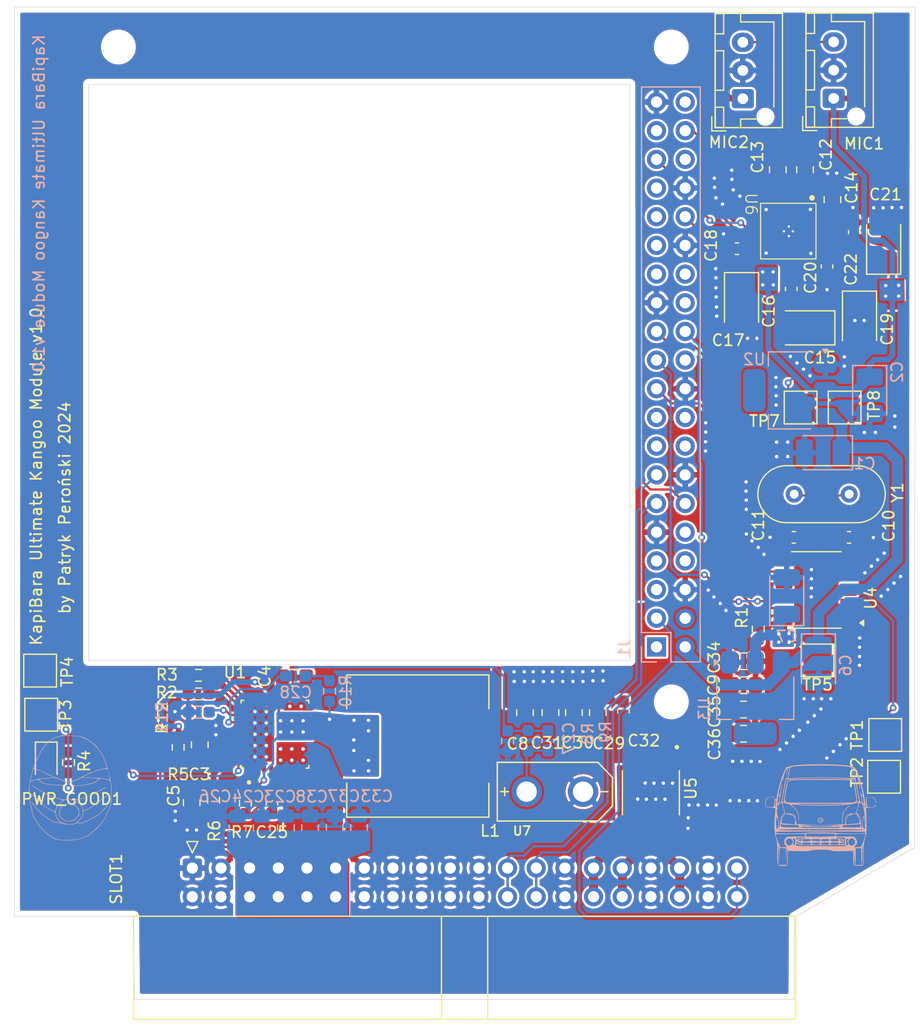
<source format=kicad_pcb>
(kicad_pcb (version 20240108) (generator "pcbnew") (generator_version "8.0")
  (layers (0 "F.Cu" signal) (31 "B.Cu" signal) (34 "B.Paste" user) (35 "F.Paste" user) (36 "B.SilkS" user "B.Silkscreen") (37 "F.SilkS" user "F.Silkscreen") (38 "B.Mask" user) (39 "F.Mask" user) (44 "Edge.Cuts" user))
  (net 0 "")
  (net 1 "CAN_H")
  (net 2 "+12V")
  (net 3 "RST")
  (net 4 "EN")
  (net 5 "GND")
  (net 6 "CAN_L")
  (net 7 "N_ERR")
  (net 8 "+3.3_CANV")
  (net 9 "Net-(U4-OSC1)")
  (net 10 "Net-(U4-OSC2)")
  (net 11 "Net-(U6-IN1P)")
  (net 12 "/Audio/MIC_LEFT")
  (net 13 "Net-(U6-IN2P)")
  (net 14 "/Audio/MIC_RIGHT")
  (net 15 "Net-(U6-VREF)")
  (net 16 "Net-(U6-DREG)")
  (net 17 "Net-(U6-AREG)")
  (net 18 "/GPIO26")
  (net 19 "/GPIO21{slash}PCM.DOUT")
  (net 20 "/GPIO4{slash}GPCLK0")
  (net 21 "BCLK")
  (net 22 "/GPIO3{slash}SCL1")
  (net 23 "CAN_CS")
  (net 24 "/GPIO13{slash}PWM1")
  (net 25 "/GPIO15{slash}RXD0")
  (net 26 "/GPIO14{slash}TXD0")
  (net 27 "/GPIO7{slash}SPI0.CE1")
  (net 28 "/ID_SCL")
  (net 29 "/GPIO23")
  (net 30 "SDIN")
  (net 31 "/GPIO24")
  (net 32 "FCLK")
  (net 33 "CAN_MISO")
  (net 34 "CAN_INT")
  (net 35 "/GPIO16")
  (net 36 "/GPIO25")
  (net 37 "/ID_SDA")
  (net 38 "CAN_MOSI")
  (net 39 "CAN_SCK")
  (net 40 "/GPIO22")
  (net 41 "/GPIO5")
  (net 42 "/GPIO6")
  (net 43 "Net-(U4-~{RESET})")
  (net 51 "CAN_RX")
  (net 52 "CAN_TX")
  (net 54 "+5V")
  (net 55 "+3.3V")
  (net 56 "SPLIT")
  (net 57 "Net-(C25-Pad2)")
  (net 58 "Net-(PWR_GOOD1-A)")
  (net 59 "Net-(U1-VDD)")
  (net 60 "Net-(U1-PVDD)")
  (net 61 "Net-(U1-SVIN)")
  (net 62 "Net-(U1-BST)")
  (net 63 "Net-(U1-FREQ)")
  (net 64 "Net-(U1-EN)")
  (net 65 "Net-(U1-ILIM)")
  (net 66 "Net-(U1-FB)")
  (net 67 "Net-(C28-Pad2)")
  (net 68 "Net-(U1-MODE)")
  (net 69 "+3V3_PI")
  (footprint "Resistor_SMD:R_0603_1608Metric_Pad0.98x0.95mm_HandSolder" (layer "F.Cu") (at 99.475 108.77 -90)
    (property "Reference" "R6")
    (property "Value" "2.2")
  )
  (footprint "Capacitor_SMD:C_0805_2012Metric_Pad1.18x1.45mm_HandSolder" (layer "F.Cu") (at 149.479837 52.942498 -90)
    (property "Reference" "C13")
    (property "Value" "1u")
  )
  (footprint "TestPoint:TestPoint_Pad_2.5x2.5mm" (layer "F.Cu") (at 151.5 74)
    (property "Reference" "TP7")
    (property "Value" "TestPoint")
  )
  (footprint "Capacitor_Tantalum_SMD:CP_EIA-3528-21_Kemet-B_Pad1.50x2.35mm_HandSolder" (layer "F.Cu") (at 156.719841 66.325005 -90)
    (property "Reference" "C19")
    (property "Value" "10u")
  )
  (footprint "TestPoint:TestPoint_Pad_2.5x2.5mm" (layer "F.Cu") (at 159 103 90)
    (property "Reference" "TP1")
    (property "Value" "TestPoint")
  )
  (footprint "TestPoint:TestPoint_Pad_2.5x2.5mm" (layer "F.Cu") (at 84.2 101.2 -90)
    (property "Reference" "TP3")
    (property "Value" "TestPoint")
  )
  (footprint "Capacitor_SMD:C_0603_1608Metric_Pad1.08x0.95mm_HandSolder" (layer "F.Cu") (at 104.649999 109.0525 -90)
    (property "Reference" "C25")
    (property "Value" "100n")
  )
  (footprint "Capacitor_SMD:C_0805_2012Metric_Pad1.18x1.45mm_HandSolder" (layer "F.Cu") (at 154.320003 55.5925 -90)
    (property "Reference" "C14")
    (property "Value" "1u")
  )
  (footprint "Capacitor_SMD:C_0805_2012Metric_Pad1.18x1.45mm_HandSolder" (layer "F.Cu") (at 146.4375 100.745)
    (property "Reference" "C35")
    (property "Value" "47u")
  )
  (footprint "Capacitor_Tantalum_SMD:CP_EIA-3528-21_Kemet-B_Pad1.50x2.35mm_HandSolder" (layer "F.Cu") (at 158.860005 59.554999 90)
    (property "Reference" "C21")
    (property "Value" "10u")
  )
  (footprint "Capacitor_SMD:C_0603_1608Metric_Pad1.08x0.95mm_HandSolder" (layer "F.Cu") (at 150.895002 85.495002 180)
    (property "Reference" "C11")
    (property "Value" "22p")
  )
  (footprint "Connector_IDC:IDC-Header_2x20_P2.54mm_Horizontal" (layer "F.Cu") (at 97.59 114.785 90)
    (property "Reference" "SLOT1")
    (property "Value" "Conn_02x20_Counter_Clockwise" (hide yes))
  )
  (footprint "MountingHole:MountingHole_2.7mm_M2.5" (layer "F.Cu") (at 91.040001 42.07 90)
    (property "Reference" "MH2" (hide yes))
    (property "Value" "MountingHole_2.7mm_M2.5" (hide yes))
  )
  (footprint "Capacitor_SMD:C_0805_2012Metric_Pad1.18x1.45mm_HandSolder" (layer "F.Cu") (at 129.33 101.0175 90)
    (property "Reference" "C31")
    (property "Value" "47u")
  )
  (footprint "Resistor_SMD:R_0603_1608Metric_Pad0.98x0.95mm_HandSolder" (layer "F.Cu") (at 147.745 93.615 90)
    (property "Reference" "R1")
    (property "Value" "10k")
  )
  (footprint "Connector_JST:JST_XH_B3B-XH-AM_1x03_P2.50mm_Vertical" (layer "F.Cu") (at 154.429999 46.619999 90)
    (property "Reference" "MIC1")
    (property "Value" "Conn_01x03_Pin")
  )
  (footprint "Capacitor_Tantalum_SMD:CP_EIA-3528-21_Kemet-B_Pad1.50x2.35mm_HandSolder" (layer "F.Cu") (at 146.265 64.685 -90)
    (property "Reference" "C17")
    (property "Value" "10u")
  )
  (footprint "MountingHole:MountingHole_2.7mm_M2.5" (layer "F.Cu") (at 140.040001 42.07 90)
    (property "Reference" "MH2" (hide yes))
    (property "Value" "MountingHole_2.7mm_M2.5" (hide yes))
  )
  (footprint "PCM1821:WQFN-16" (layer "F.Cu") (at 150.403332 58.38 -90)
    (property "Reference" "U6")
    (property "Value" "PCM1821")
  )
  (footprint "Resistor_SMD:R_0603_1608Metric_Pad0.98x0.95mm_HandSolder" (layer "F.Cu") (at 98.1325 97.715)
    (property "Reference" "R3")
    (property "Value" "10k")
  )
  (footprint "Capacitor_SMD:C_0603_1608Metric_Pad1.08x0.95mm_HandSolder" (layer "F.Cu") (at 153.840002 61.507497 -90)
    (property "Reference" "C20")
    (property "Value" "100n")
  )
  (footprint "Resistor_SMD:R_0603_1608Metric_Pad0.98x0.95mm_HandSolder" (layer "F.Cu") (at 86.619998 105.44 90)
    (property "Reference" "R4")
    (property "Value" "10k")
  )
  (footprint "MountingHole:MountingHole_2.7mm_M2.5" (layer "F.Cu") (at 140.04 100.069999 90)
    (property "Reference" "MH1" (hide yes))
    (property "Value" "MountingHole_2.7mm_M2.5" (hide yes))
  )
  (footprint "Capacitor_Tantalum_SMD:CP_EIA-3528-21_Kemet-B_Pad1.50x2.35mm_HandSolder" (layer "F.Cu") (at 151.903334 66.9435 180)
    (property "Reference" "C15")
    (property "Value" "10u")
  )
  (footprint "XT30UPB-M:XT30UPB-M" (layer "F.Cu") (at 129.72 108.02)
    (property "Reference" "U7")
    (property "Value" "XT30UPB-M")
  )
  (footprint "MIC28517T-E_PHA:CONV_MIC28514T-E_PHA" (layer "F.Cu") (at 104.915 102.935 90)
    (property "Reference" "U1")
    (property "Value" "MIC28517T-E/PHA")
  )
  (footprint "Connector_JST:JST_XH_B3B-XH-AM_1x03_P2.50mm_Vertical" (layer "F.Cu") (at 146.379999 46.649999 90)
    (property "Reference" "MIC2")
    (property "Value" "Conn_01x03_Pin")
  )
  (footprint "Capacitor_SMD:C_0805_2012Metric_Pad1.18x1.45mm_HandSolder" (layer "F.Cu") (at 151.889831 52.942504 -90)
    (property "Reference" "C12")
    (property "Value" "1u")
  )
  (footprint "TestPoint:TestPoint_Pad_2.5x2.5mm" (layer "F.Cu") (at 153 96.4 180)
    (property "Reference" "TP5")
    (property "Value" "TestPoint")
  )
  (footprint "Resistor_SMD:R_0603_1608Metric_Pad0.98x0.95mm_HandSolder" (layer "F.Cu") (at 102.295 109.045 90)
    (property "Reference" "R7")
    (property "Value" "1.6k")
  )
  (footprint "MountingHole:MountingHole_2.7mm_M2.5" (layer "F.Cu") (at 91.04 100.069999 90)
    (property "Reference" "MH1" (hide yes))
    (property "Value" "MountingHole_2.7mm_M2.5" (hide yes))
  )
  (footprint "Resistor_SMD:R_0603_1608Metric_Pad0.98x0.95mm_HandSolder" (layer "F.Cu") (at 98.1375 99.365)
    (property "Reference" "R2")
    (property "Value" "10k")
  )
  (footprint "LED_SMD:LED_0805_2012Metric_Pad1.15x1.40mm_HandSolder" (layer "F.Cu") (at 84.645 105.49 -90)
    (property "Reference" "PWR_GOOD1")
    (property "Value" "LED")
  )
  (footprint "Capacitor_SMD:C_0805_2012Metric_Pad1.18x1.45mm_HandSolder" (layer "F.Cu") (at 146.4375 102.89)
    (property "Reference" "C36")
    (property "Value" "47u")
  )
  (footprint "Crystal:Crystal_HC49-U_Vertical" (layer "F.Cu") (at 155.805003 81.675001 180)
    (property "Reference" "Y1")
    (property "Value" "8Mhz" (hide yes))
  )
  (footprint "Package_SO:TSSOP-20_4.4x6.5mm_P0.65mm" (layer "F.Cu") (at 152.8975 90.155001 180)
    (property "Reference" "U4")
    (property "Value" "MCP2515-xST" (hide yes))
  )
  (footprint "SN65HVD1040D:SOIC127P599X175-8N" (layer "F.Cu") (at 138.23 108.12 -90)
    (property "Reference" "U5")
    (property "Value" "SN65HVD1040D")
  )
  (footprint "Capacitor_SMD:C_0603_1608Metric_Pad1.08x0.95mm_HandSolder" (layer "F.Cu") (at 145.852497 59.930004 180)
    (property "Reference" "C18")
    (property "Value" "100n")
  )
  (footprint "Capacitor_SMD:C_0603_1608Metric_Pad1.08x0.95mm_HandSolder" (layer "F.Cu") (at 156.254999 58.4675 90)
    (property "Reference" "C22")
    (property "Value" "100n")
  )
  (footprint "Inductor_SMD:L_12x12mm_H8mm" (layer "F.Cu") (at 117.575 103.98)
    (property "Reference" "L1")
    (property "Value" "2.7u")
  )
  (footprint "Capacitor_SMD:C_0805_2012Metric_Pad1.18x1.45mm_HandSolder" (layer "F.Cu") (at 97.535 108.99 -90)
    (property "Reference" "C5")
    (property "Value" "1u")
  )
  (footprint "Capacitor_SMD:C_0603_1608Metric_Pad1.08x0.95mm_HandSolder" (layer "F.Cu") (at 155.785001 85.495003)
    (property "Reference" "C10")
    (property "Value" "22p")
  )
  (footprint "Resistor_SMD:R_0603_1608Metric_Pad0.98x0.95mm_HandSolder" (layer "F.Cu") (at 96.335 104.095001 -90)
    (property "Reference" "R5")
    (property "Value" "2.2")
  )
  (footprint "Capacitor_SMD:C_0603_1608Metric_Pad1.08x0.95mm_HandSolder" (layer "F.Cu") (at 135.8 100.9 -90)
    (property "Reference" "C32")
    (property "Value" "100n")
  )
  (footprint "Capacitor_SMD:C_0603_1608Metric_Pad1.08x0.95mm_HandSolder" (layer "F.Cu") (at 150.67 63.49 -90)
    (property "Reference" "C16")
    (property "Value" "100n")
  )
  (footprint "Capacitor_SMD:C_0805_2012Metric_Pad1.18x1.45mm_HandSolder" (layer "F.Cu") (at 131.410001 101.017499 90)
    (property "Reference" "C30")
    (property "Value" "47u")
  )
  (footprint "Capacitor_SMD:C_0805_2012Metric_Pad1.18x1.45mm_HandSolder" (layer "F.Cu") (at 106.64 97.92)
    (property "Reference" "C4")
    (property "Value" "4.7u")
  )
  (footprint "Capacitor_SMD:C_0805_2012Metric_Pad1.18x1.45mm_HandSolder" (layer "F.Cu") (at 133.525 101.0175 90)
    (property "Reference" "C29")
    (property "Value" "47u")
  )
  (footprint "Capacitor_SMD:C_0805_2012Metric_Pad1.18x1.45mm_HandSolder" (layer "F.Cu") (at 127.074999 101.027499 90)
    (property "Reference" "C8")
    (property "Value" "47u")
  )
  (footprint "TestPoint:TestPoint_Pad_2.5x2.5mm" (layer "F.Cu") (at 155.4 74)
    (property "Reference" "TP8")
    (property "Value" "TestPoint")
  )
  (footprint "TestPoint:TestPoint_Pad_2.5x2.5mm" (layer "F.Cu") (at 158.9 106.7 90)
    (property "Reference" "TP2")
    (property "Value" "TestPoint")
  )
  (footprint "TestPoint:TestPoint_Pad_2.5x2.5mm" (layer "F.Cu") (at 84.1 97.3 180)
    (property "Reference" "TP4")
    (property "Value" "TestPoint")
  )
  (footprint "Capacitor_SMD:C_0805_2012Metric_Pad1.18x1.45mm_HandSolder" (layer "F.Cu") (at 146.485 96.470001)
    (property "Reference" "C34")
    (property "Value" "47u")
  )
  (footprint "Capacitor_SMD:C_0805_2012Metric_Pad1.18x1.45mm_HandSolder" (layer "F.Cu") (at 146.4675 98.595)
    (property "Reference" "C9")
    (property "Value" "47u")
  )
  (footprint "Resistor_SMD:R_0603_1608Metric_Pad0.98x0.95mm_HandSolder" (layer "F.Cu") (at 98.175 100.98)
    (property "Reference" "R12")
    (property "Value" "10k")
  )
  (footprint "Capacitor_SMD:C_0805_2012Metric_Pad1.18x1.45mm_HandSolder" (layer "F.Cu") (at 98.25 103.8725 90)
    (property "Reference" "C3")
    (property "Value" "2.2u")
  )
  (footprint "Capacitor_SMD:C_0805_2012Metric_Pad1.18x1.45mm_HandSolder" (layer "B.Cu") (at 110.205 111.1825 90)
    (property "Reference" "C37")
    (property "Value" "10u")
  )
  (footprint "Capacitor_Tantalum_SMD:CP_EIA-3528-21_Kemet-B_Pad1.50x2.35mm_HandSolder" (layer "B.Cu") (at 153.085 96.685 -90)
    (property "Reference" "C6")
    (property "Value" "10u")
  )
  (footprint "Capacitor_SMD:C_0603_1608Metric_Pad1.08x0.95mm_HandSolder" (layer "B.Cu") (at 129.095 103.515 -90)
    (property "Reference" "C27")
    (property "Value" "4.7n")
  )
  (footprint "Resistor_SMD:R_0603_1608Metric_Pad0.98x0.95mm_HandSolder" (layer "B.Cu") (at 109.75 99.11 90)
    (property "Reference" "R10")
    (property "Value" "25k")
  )
  (footprint "Resistor_SMD:R_0603_1608Metric_Pad0.98x0.95mm_HandSolder" (layer "B.Cu") (at 125.535 103.5475 -90)
    (property "Reference" "R9")
    (property "Value" "1.37k")
  )
  (footprint "Connector_PinSocket_2.54mm:PinSocket_2x20_P2.54mm_Vertical" (layer "B.Cu") (at 141.310001 95.2)
    (property "Reference" "J1")
    (property "Value" "GPIO")
  )
  (footprint "Package_TO_SOT_SMD:SOT-223" (layer "B.Cu") (at 147.485001 99.715 -90)
    (property "Reference" "U3")
    (property "Value" "LM1117MP-3.3")
  )
  (footprint "Capacitor_Tantalum_SMD:CP_EIA-3528-21_Kemet-B_Pad1.50x2.35mm_HandSolder" (layer "B.Cu") (at 153.465 78 180)
    (property "Reference" "C1")
    (property "Value" "10u")
  )
  (footprint "Capacitor_SMD:C_0805_2012Metric_Pad1.18x1.45mm_HandSolder" (layer "B.Cu") (at 108.025 111.204996 90)
    (property "Reference" "C38")
    (property "Value" "10u")
  )
  (footprint "Graphics:rau" (layer "B.Cu") (at 86.9 107.84 180)
    (property "Reference" "G***" (hide yes))
    (property "Value" "LOGO" (hide yes))
  )
  (footprint "Capacitor_SMD:C_0603_1608Metric_Pad1.08x0.95mm_HandSolder" (layer "B.Cu") (at 106.7575 97.795001)
    (property "Reference" "C28")
    (property "Value" "100n")
  )
  (footprint "Capacitor_Tantalum_SMD:CP_EIA-3528-21_Kemet-B_Pad1.50x2.35mm_HandSolder" (layer "B.Cu") (at 157.62 72.91 -90)
    (property "Reference" "C2")
    (property "Value" "10u")
  )
  (footprint "Package_TO_SOT_SMD:SOT-223" (layer "B.Cu") (at 150.55 72.482501 180)
    (property "Reference" "U2")
    (property "Value" "LM1117MP-3.3")
  )
  (footprint "Capacitor_SMD:C_0805_2012Metric_Pad1.18x1.45mm_HandSolder" (layer "B.Cu") (at 112.365 111.194996 90)
    (property "Reference" "C33")
    (property "Value" "10u")
  )
  (footprint "Capacitor_SMD:C_0805_2012Metric_Pad1.18x1.45mm_HandSolder" (layer "B.Cu") (at 101.594999 111.240001 90)
    (property "Reference" "C26")
    (property "Value" "10u")
  )
  (footprint "Capacitor_Tantalum_SMD:CP_EIA-3528-21_Kemet-B_Pad1.50x2.35mm_HandSolder" (layer "B.Cu") (at 150.27 90.68 90)
    (property "Reference" "C7")
    (property "Value" "10u")
  )
  (footprint "Capacitor_SMD:C_0805_2012Metric_Pad1.18x1.45mm_HandSolder" (layer "B.Cu") (at 105.885 111.22 90)
    (property "Reference" "C23")
    (property "Value" "10u")
  )
  (footprint "Graphics:kangoo" (layer "B.Cu") (at 153.33 109.885 180)
    (property "Reference" "G***" (hide yes))
    (property "Value" "LOGO" (hide yes))
  )
  (footprint "Capacitor_SMD:C_0805_2012Metric_Pad1.18x1.45mm_HandSolder" (layer "B.Cu") (at 103.74 111.22 90)
    (property "Reference" "C24")
    (property "Value" "10u")
  )
  (footprint "Resistor_SMD:R_0603_1608Metric_Pad0.98x0.95mm_HandSolder" (layer "B.Cu") (at 98.175 100.98 180)
    (property "Reference" "R11")
    (property "Value" "10k")
  )
  (footprint "Resistor_SMD:R_0603_1608Metric_Pad0.98x0.95mm_HandSolder" (layer "B.Cu") (at 127.324999 103.517502 90)
    (property "Reference" "R8")
    (property "Value" "10k")
  )
  (gr_poly (pts (xy 88.4 96.389999) (xy 88.400001 45.38) (xy 136.360001 45.379999) (xy 136.360001 96.389999)) (stroke (width 0.05)) (fill none) (layer "Edge.Cuts"))
  (gr_line (start 150.92 126.42) (end 150.95 119.165) (stroke (width 0.05)) (layer "Edge.Cuts"))
  (gr_line (start 92.46 126.42) (end 92.38 119.055) (stroke (width 0.05)) (layer "Edge.Cuts"))
  (gr_line (start 92.38 119.055) (end 81.825 119.05) (stroke (width 0.05)) (layer "Edge.Cuts"))
  (gr_line (start 81.825 119.05) (end 81.85 38.525) (stroke (width 0.05)) (layer "Edge.Cuts"))
  (gr_line (start 81.85 38.525) (end 161.65 38.525) (stroke (width 0.05)) (layer "Edge.Cuts"))
  (gr_line (start 150.95 119.165) (end 161.6 112.95) (stroke (width 0.05)) (layer "Edge.Cuts"))
  (gr_line (start 161.6 112.95) (end 161.65 38.525) (stroke (width 0.05)) (layer "Edge.Cuts"))
  (gr_line (start 150.92 126.42) (end 92.46 126.42) (stroke (width 0.05)) (layer "Edge.Cuts"))
  (gr_text "KapiBara Ultimate Kangoo Module v1.0\n" (at 84.58 40.87 90) (layer "B.SilkS") (effects (font (size 1 1)) (justify left bottom mirror)))
  (gr_text "by Patryk Peroński 2024" (at 86.865 92.38 90) (layer "F.SilkS") (effects (font (size 1 1)) (justify left bottom)))
  (gr_text "KapiBara Ultimate Kangoo Module v1.0\n" (at 84.335 95.17 90) (layer "F.SilkS") (effects (font (size 1 1)) (justify left bottom)))
  (segment (start 140.77 114.785) (end 138.864999 112.879999) (width 0.8) (layer "F.Cu") (net 1))
  (segment (start 140.77 114.785) (end 140.785 114.8) (width 0.8) (layer "F.Cu") (net 1))
  (segment (start 140.785 114.8) (end 140.785 117.765001) (width 0.8) (layer "F.Cu") (net 1))
  (segment (start 138.864999 112.879999) (end 138.864999 110.59) (width 0.8) (layer "F.Cu") (net 1))
  (segment (start 86.619998 107.719998) (end 86.619998 107.780002) (width 0.2) (layer "F.Cu") (net 2))
  (segment (start 86.4 102.5) (end 86.4 102.1) (width 0.2) (layer "F.Cu") (net 2))
  (segment (start 95.165 110.96) (end 95.165 107.7) (width 0.2) (layer "F.Cu") (net 2))
  (segment (start 97.225 100.9425) (end 97.2625 100.98) (width 0.2) (layer "F.Cu") (net 2))
  (segment (start 95.165 107.7) (end 88.98 107.7) (width 0.2) (layer "F.Cu") (net 2))
  (segment (start 86.4 102.1) (end 85.5 101.2) (width 0.2) (layer "F.Cu") (net 2))
  (segment (start 100.795 112.915) (end 97.12 112.915) (width 0.2) (layer "F.Cu") (net 2))
  (segment (start 94.75 107.285) (end 94.75 100.165) (width 0.2) (layer "F.Cu") (net 2))
  (segment (start 102.67 114.785) (end 101.51 113.625) (width 0.2) (layer "F.Cu") (net 2))
  (segment (start 95.165 107.7) (end 94.75 107.285) (width 0.2) (layer "F.Cu") (net 2))
  (segment (start 101.505 113.625) (end 100.795 112.915) (width 0.2) (layer "F.Cu") (net 2))
  (segment (start 101.02 111.775) (end 99.84 111.775) (width 0.5) (layer "F.Cu") (net 2))
  (segment (start 97.12 112.915) (end 95.165 110.96) (width 0.2) (layer "F.Cu") (net 2))
  (segment (start 101.51 113.625) (end 101.505 113.625) (width 0.2) (layer "F.Cu") (net 2))
  (segment (start 102.67 114.785) (end 102.67 113.425) (width 0.5) (layer "F.Cu") (net 2))
  (segment (start 94.75 100.165) (end 95.55 99.365) (width 0.2) (layer "F.Cu") (net 2))
  (segment (start 97.225 99.125) (end 97.225 97.9575) (width 0.2) (layer "F.Cu") (net 2))
  (segment (start 88.98 107.7) (end 87.6325 106.3525) (width 0.2) (layer "F.Cu") (net 2))
  (segment (start 97.225 99.365) (end 97.225 100.9425) (width 0.2) (layer "F.Cu") (net 2))
  (segment (start 85.5 101.2) (end 84.2 101.2) (width 0.2) (layer "F.Cu") (net 2))
  (segment (start 86.619998 106.3525) (end 86.619998 107.680002) (width 0.2) (layer "F.Cu") (net 2))
  (segment (start 97.225 97.9575) (end 97.2225 97.955) (width 0.2) (layer "F.Cu") (net 2))
  (segment (start 87.6325 106.3525) (end 86.619998 106.3525) (width 0.2) (layer "F.Cu") (net 2))
  (segment (start 99.84 111.775) (end 99.475 111.41) (width 0.5) (layer "F.Cu") (net 2))
  (segment (start 99.475 111.41) (end 99.475 109.6825) (width 0.5) (layer "F.Cu") (net 2))
  (segment (start 102.67 113.425) (end 101.02 111.775) (width 0.5) (layer "F.Cu") (net 2))
  (segment (start 86.619998 107.680002) (end 86.6 107.7) (width 0.2) (layer "F.Cu") (net 2))
  (segment (start 95.55 99.365) (end 97.225 99.365) (width 0.2) (layer "F.Cu") (net 2))
  (segment (start 86.6 107.7) (end 86.619998 107.719998) (width 0.2) (layer "F.Cu") (net 2))
  (via (at 86.6 107.7) (size 0.6) (drill 0.3) (layers "F.Cu" "B.Cu") (net 2))
  (via (at 86.4 102.5) (size 0.6) (drill 0.3) (layers "F.Cu" "B.Cu") (net 2))
  (segment (start 86.6 107.7) (end 86.6 102.7) (width 0.2) (layer "B.Cu") (net 2))
  (segment (start 86.6 102.7) (end 86.4 102.5) (width 0.2) (layer "B.Cu") (net 2))
  (segment (start 125.545 117.765001) (end 125.545 115.225001) (width 0.2) (layer "F.Cu") (net 3))
  (segment (start 130.515 112.855) (end 134.39 108.98) (width 0.2) (layer "B.Cu") (net 3))
  (segment (start 136.960001 98.064999) (end 136.960001 83.239999) (width 0.2) (layer "B.Cu") (net 3))
  (segment (start 137.35 81.34) (end 138.73 79.96) (width 0.2) (layer "B.Cu") (net 3))
  (segment (start 125.53 114.785) (end 125.53 113.93) (width 0.2) (layer "B.Cu") (net 3))
  (segment (start 126.99 113.7) (end 127.835 112.855) (width 0.2) (layer "B.Cu") (net 3))
  (segment (start 125.76 113.7) (end 126.99 113.7) (width 0.2) (layer "B.Cu") (net 3))
  (segment (start 127.835 112.855) (end 130.515 112.855) (width 0.2) (layer "B.Cu") (net 3))
  (segment (start 125.53 114.785) (end 125.53 117.325) (width 0.2) (layer "B.Cu") (net 3))
  (segment (start 136.960001 83.239999) (end 137.35 82.85) (width 0.2) (layer "B.Cu") (net 3))
  (segment (start 134.39 108.98) (end 134.39 100.635) (width 0.2) (layer "B.Cu") (net 3))
  (segment (start 137.35 82.85) (end 137.35 81.34) (width 0.2) (layer "B.Cu") (net 3))
  (segment (start 125.53 113.93) (end 125.76 113.7) (width 0.2) (layer "B.Cu") (net 3))
  (segment (start 134.39 100.635) (end 136.960001 98.064999) (width 0.2) (layer "B.Cu") (net 3))
  (segment (start 128.07 117.325) (end 128.07 114.785) (width 0.2) (layer "F.Cu") (net 4))
  (segment (start 128.585 113.39) (end 130.88 113.39) (width 0.2) (layer "B.Cu") (net 4))
  (segment (start 128.07 117.325) (end 128.07 113.905) (width 0.2) (layer "B.Cu") (net 4))
  (segment (start 138.300001 82.499999) (end 138.730001 82.499999) (width 0.2) (layer "B.Cu") (net 4))
  (segment (start 128.07 113.905) (end 128.585 113.39) (width 0.2) (layer "B.Cu") (net 4))
  (segment (start 137.37 83.43) (end 138.300001 82.499999) (width 0.2) (layer "B.Cu") (net 4))
  (segment (start 134.875 100.94) (end 137.37 98.445) (width 0.2) (layer "B.Cu") (net 4))
  (segment (start 134.875 109.395) (end 134.875 100.94) (width 0.2) (layer "B.Cu") (net 4))
  (segment (start 130.88 113.39) (end 134.875 109.395) (width 0.2) (layer "B.Cu") (net 4))
  (segment (start 137.37 98.445) (end 137.37 83.43) (width 0.2) (layer "B.Cu") (net 4))
  (segment (start 150.153332 60.136502) (end 150.153332 61.216668) (width 0.2) (layer "F.Cu") (net 5))
  (segment (start 148.440003 59.884948) (end 148.259015 59.70396) (width 0.2) (layer "F.Cu") (net 5))
  (segment (start 152.369999 56.449999) (end 152.369999 56.989999) (width 0.2) (layer "F.Cu") (net 5))
  (segment (start 150.653332 60.961668) (end 150.34 61.275) (width 0.2) (layer "F.Cu") (net 5))
  (segment (start 152.369999 56.449999) (end 151.777583 56.449999) (width 0.2) (layer "F.Cu") (net 5))
  (segment (start 103.29 102.580001) (end 103.644999 102.935) (width 0.2) (layer "F.Cu") (net 5))
  (segment (start 135.800001 100.0375) (end 133.5825 100.0375) (width 0.5) (layer "F.Cu") (net 5))
  (segment (start 152.410001 60.350003) (end 151.817587 60.350003) (width 0.2) (layer "F.Cu") (net 5))
  (segment (start 148.354 57.206) (end 148.29 57.206) (width 0.2) (layer "F.Cu") (net 5))
  (segment (start 101.864999 102.61) (end 103.319999 102.61) (width 0.5) (layer "F.Cu") (net 5))
  (segment (start 101.865 103.259999) (end 103.32 103.259999) (width 0.5) (layer "F.Cu") (net 5))
  (segment (start 150.153332 58.63) (end 150.403332 58.38) (width 0.2) (layer "F.Cu") (net 5))
  (segment (start 151.817587 60.350003) (end 151.615833 60.148249) (width 0.2) (layer "F.Cu") (net 5))
  (segment (start 133.5825 100.0375) (end 133.525 99.98) (width 0.2) (layer "F.Cu") (net 5))
  (segment (start 103.29 103.289999) (end 103.465 103.114999) (width 0.5) (layer "F.Cu") (net 5))
  (segment (start 152.410001 59.771807) (end 152.374054 59.73586) (width 0.2) (layer "F.Cu") (net 5))
  (segment (start 150.153332 60.136502) (end 150.153332 58.63) (width 0.2) (layer "F.Cu") (net 5))
  (segment (start 150.653332 55.678332) (end 150.58 55.605) (width 0.2) (layer "F.Cu") (net 5))
  (segment (start 148.449999 56.47) (end 149.04908 56.47) (width 0.2) (layer "F.Cu") (net 5))
  (segment (start 152.159832 57.63) (end 152.159832 57.155748) (width 0.2) (layer "F.Cu") (net 5))
  (segment (start 150.653332 56.623498) (end 150.653332 57.766665) (width 0.2) (layer "F.Cu") (net 5))
  (segment (start 149.653332 57.63) (end 150.403332 58.38) (width 0.2) (layer "F.Cu") (net 5))
  (segment (start 103.465 103.114999) (end 103.644999 102.935) (width 0.2) (layer "F.Cu") (net 5))
  (segment (start 149.653332 59.13) (end 150.403332 58.38) (width 0.2) (layer "F.Cu") (net 5))
  (segment (start 150.653332 57.766665) (end 150.450001 57.969996) (width 0.2) (layer "F.Cu") (net 5))
  (segment (start 149.653332 61.203332) (end 149.79 61.34) (width 0.2) (layer "F.Cu") (net 5))
  (segment (start 148.440003 60.320005) (end 148.440003 59.884948) (width 0.2) (layer "F.Cu") (net 5))
  (segment (start 149.653332 56.6235) (end 149.653332 57.63) (width 0.2) (layer "F.Cu") (net 5))
  (segment (start 103.32 103.259999) (end 103.644999 102.935) (width 0.2) (layer "F.Cu") (net 5))
  (segment (start 103.29 99.885) (end 103.29 102.580001) (width 0.5) (layer "F.Cu") (net 5))
  (segment (start 149.019077 60.320005) (end 149.190831 60.148251) (width 0.2) (layer "F.Cu") (net 5))
  (segment (start 151.777583 56.449999) (end 151.615833 56.611749) (width 0.2) (layer "F.Cu") (net 5))
  (segment (start 149.653332 55.743332) (end 149.605 55.695) (width 0.2) (layer "F.Cu") (net 5))
  (segment (start 149.04908 56.47) (end 149.190831 56.611751) (width 0.2) (layer "F.Cu") (net 5))
  (segment (start 150.653332 56.623498) (end 150.653332 55.678332) (width 0.2) (layer "F.Cu") (net 5))
  (segment (start 103.319999 102.61) (end 103.644999 102.935) (width 0.2) (layer "F.Cu") (net 5))
  (segment (start 149.653332 60.1365) (end 149.653332 61.203332) (width 0.2) (layer "F.Cu") (net 5))
  (segment (start 150.653332 60.136502) (end 150.653332 60.961668) (width 0.2) (layer "F.Cu") (net 5))
  (segment (start 148.449999 56.47) (end 148.449999 57.110001) (width 0.2) (layer "F.Cu") (net 5))
  (segment (start 152.369999 56.989999) (end 152.43 57.05) (width 0.2) (layer "F.Cu") (net 5))
  (segment (start 148.440003 60.320005) (end 149.019077 60.320005) (width 0.2) (layer "F.Cu") (net 5))
  (segment (start 149.653332 56.6235) (end 149.653332 55.743332) (width 0.2) (layer "F.Cu") (net 5))
  (segment (start 150.653332 60.136502) (end 150.653332 58.63) (width 0.2) (layer "F.Cu") (net 5))
  (segment (start 152.410001 60.350003) (end 152.410001 59.771807) (width 0.2) (layer "F.Cu") (net 5))
  (segment (start 103.29 105.985) (end 103.29 103.289999) (width 0.5) (layer "F.Cu") (net 5))
  (segment (start 150.653332 58.63) (end 150.403332 58.38) (width 0.2) (layer "F.Cu") (net 5))
  (segment (start 149.653332 60.1365) (end 149.653332 59.13) (width 0.2) (layer "F.Cu") (net 5))
  (segment (start 148.449999 57.110001) (end 148.354 57.206) (width 0.2) (layer "F.Cu") (net 5))
  (segment (start 150.153332 61.216668) (end 150.14 61.23) (width 0.2) (layer "F.Cu") (net 5))
  (via (at 143.075 77.85) (size 0.6) (drill 0.3) (layers "F.Cu" "B.Cu") (net 5))
  (via (at 133.995 98.2) (size 0.6) (drill 0.3) (layers "F.Cu" "B.Cu") (net 5))
  (via (at 152.410001 60.350003) (size 0.6) (drill 0.3) (layers "F.Cu" "B.Cu") (net 5))
  (via (at 144.88 91.965) (size 0.6) (drill 0.3) (layers "F.Cu" "B.Cu") (net 5))
  (via (at 143.871897 54.503622) (size 0.6) (drill 0.3) (layers "F.Cu" "B.Cu") (net 5))
  (via (at 143.851903 53.693618) (size 0.6) (drill 0.3) (layers "F.Cu" "B.Cu") (net 5))
  (via (at 153.840007 63.560001) (size 0.6) (drill 0.3) (layers "F.Cu" "B.Cu") (net 5))
  (via (at 128.7 97.4) (size 0.6) (drill 0.3) (layers "F.Cu" "B.Cu") (net 5))
  (via (at 154.175 99.79) (size 0.6) (drill 0.3) (layers "F.Cu" "B.Cu") (net 5))
  (via (at 146.905001 108.814999) (size 0.6) (drill 0.3) (layers "F.Cu" "B.Cu") (net 5))
  (via (at 143.995006 63.394996) (size 0.6) (drill 0.3) (layers "F.Cu" "B.Cu") (net 5))
  (via (at 153.3 100.7) (size 0.6) (drill 0.3) (layers "F.Cu" "B.Cu") (net 5))
  (via (at 158.325171 87.474827) (size 0.6) (drill 0.3) (layers "F.Cu" "B.Cu") (net 5))
  (via (at 127.805 97.4) (size 0.6) (drill 0.3) (layers "F.Cu" "B.Cu") (net 5))
  (via (at 150.450001 57.969996) (size 0.4) (drill 0.2) (layers "F.Cu" "B.Cu") (net 5))
  (via (at 152.625 99.79) (size 0.6) (drill 0.3) (layers "F.Cu" "B.Cu") (net 5))
  (via (at 151.387274 102.584439) (size 0.6) (drill 0.3) (layers "F.Cu" "B.Cu") (net 5))
  (via (at 153.355 99.789998) (size 0.6) (drill 0.3) (layers "F.Cu" "B.Cu") (net 5))
  (via (at 143.995 62.51) (size 0.6) (drill 0.3) (layers "F.Cu" "B.Cu") (net 5))
  (via (at 145.533103 54.716378) (size 0.6) (drill 0.3) (layers "F.Cu" "B.Cu") (net 5))
  (via (at 133.1 98.2) (size 0.6) (drill 0.3) (layers "F.Cu" "B.Cu") (net 5))
  (via (at 152.334827 71.184828) (size 0.6) (drill 0.3) (layers "F.Cu" "B.Cu") (net 5))
  (via (at 147.125002 105.335) (size 0.6) (drill 0.3) (layers "F.Cu" "B.Cu") (net 5))
  (via (at 150.809998 58.391752) (size 0.4) (drill 0.2) (layers "F.Cu" "B.Cu") (net 5))
  (via (at 149.375 78.345) (size 0.6) (drill 0.3) (layers "F.Cu" "B.Cu") (net 5))
  (via (at 152.455 89.17) (size 0.6) (drill 0.3) (layers "F.Cu" "B.Cu") (net 5))
  (via (at 150.835732 103.12184) (size 0.6) (drill 0.3) (layers "F.Cu" "B.Cu") (net 5))
  (via (at 157.975 56.31) (size 0.6) (drill 0.3) (layers "F.Cu" "B.Cu") (net 5))
  (via (at 145.41 53.795) (size 0.6) (drill 0.3) (layers "F.Cu" "B.Cu") (net 5))
  (via (at 149.669005 104.288564) (size 0.6) (drill 0.3) (layers "F.Cu" "B.Cu") (net 5))
  (via (at 160.355 88.965) (size 0.6) (drill 0.3) (layers "F.Cu" "B.Cu") (net 5))
  (via (at 155.375 70.33) (size 0.6) (drill 0.3) (layers "F.Cu" "B.Cu") (net 5))
  (via (at 159.855 75.73) (size 0.6) (drill 0.3) (layers "F.Cu" "B.Cu") (net 5))
  (via (at 126.105 97.4) (size 0.6) (drill 0.3) (layers "F.Cu" "B.Cu") (net 5))
  (via (at 127.015 98.26) (size 0.6) (drill 0.3) (layers "F.Cu" "B.Cu") (net 5))
  (via (at 145.475001 105.335001) (size 0.6) (drill 0.3) (layers "F.Cu" "B.Cu") (net 5))
  (via (at 143.995 55.425) (size 0.6) (drill 0.3) (layers "F.Cu" "B.Cu") (net 5))
  (via (at 141.52 111.27) (size 0.6) (drill 0.3) (layers "F.Cu" "B.Cu") (net 5))
  (via (at 97.14 111.415) (size 0.6) (drill 0.3) (layers "F.Cu" "B.Cu") (net 5))
  (via (at 155.375002 69.51) (size 0.6) (drill 0.3) (layers "F.Cu" "B.Cu") (net 5))
  (via (at 143.09 75.35) (size 0.6) (drill 0.3) (layers "F.Cu" "B.Cu") (net 5))
  (via (at 97.96 111.415) (size 0.6) (drill 0.3) (layers "F.Cu" "B.Cu") (net 5))
  (via (at 150.248835 103.708737) (size 0.6) (drill 0.3) (layers "F.Cu" "B.Cu") (net 5))
  (via (at 143.089998 76.17) (size 0.6) (drill 0.3) (layers "F.Cu" "B.Cu") (net 5))
  (via (at 147.895 105.345) (size 0.6) (drill 0.3) (layers "F.Cu" "B.Cu") (net 5))
  (via (at 143.82 90.775) (size 0.6) (drill 0.3) (layers "F.Cu" "B.Cu") (net 5))
  (via (at 156.31 66.289998) (size 0.6) (drill 0.3) (layers "F.Cu" "B.Cu") (net 5))
  (via (at 147.674999 108.824999) (size 0.6) (drill 0.3) (layers "F.Cu" "B.Cu") (net 5))
  (via (at 152.369999 56.449999) (size 0.6) (drill 0.3) (layers "F.Cu" "B.Cu") (net 5))
  (via (at 137.73 107.26) (size 0.6) (drill 0.3) (layers "F.Cu" "B.Cu") (net 5))
  (via (at 146.295001 105.335001) (size 0.6) (drill 0.3) (layers "F.Cu" "B.Cu") (net 5))
  (via (at 153.821732 105.034128) (size 0.6) (drill 0.3) (layers "F.Cu" "B.Cu") (net 5))
  (via (at 144.38 91.355) (size 0.6) (drill 0.3) (layers "F.Cu" "B.Cu") (net 5))
  (via (at 143.075002 77.03) (size 0.6) (drill 0.3) (layers "F.Cu" "B.Cu") (net 5))
  (via (at 137.83 108.69) (size 0.6) (drill 0.3) (layers "F.Cu" "B.Cu") (net 5))
  (via (at 158.81 56.31) (size 0.6) (drill 0.3) (layers "F.Cu" "B.Cu") (net 5))
  (via (at 146.12 55.275) (size 0.6) (drill 0.3) (layers "F.Cu" "B.Cu") (net 5))
  (via (at 144.06 65.905) (size 0.6) (drill 0.3) (layers "F.Cu" "B.Cu") (net 5))
  (via (at 138.66 108.69) (size 0.6) (drill 0.3) (layers "F.Cu" "B.Cu") (net 5))
  (via (at 151.755001 70.604999) (size 0.6) (drill 0.3) (layers "F.Cu" "B.Cu") (net 5))
  (via (at 157.775 88.05) (size 0.6) (drill 0.3) (layers "F.Cu" "B.Cu") (net 5))
  (via (at 150.36 78.34) (size 0.6) (drill 0.3) (layers "F.Cu" "B.Cu") (net 5))
  (via (at 146.8 67.869998) (size 0.6) (drill 0.3) (layers "F.Cu" "B.Cu") (net 5))
  (via (at 127.82 98.26) (size 0.6) (drill 0.3) (layers "F.Cu" "B.Cu") (net 5))
  (via (at 146.69 85.2) (size 0.6) (drill 0.3) (layers "F.Cu" "B.Cu") (net 5))
  (via (at 144.675 58.62) (size 0.6) (drill 0.3) (layers "F.Cu" "B.Cu") (net 5))
  (via (at 133.98 97.34) (size 0.6) (drill 0.3) (layers "F.Cu" "B.Cu") (net 5))
  (via (at 145.255 108.815) (size 0.6) (drill 0.3) (layers "F.Cu" "B.Cu") (net 5))
  (via (at 139.33 107.27) (size 0.6) (drill 0.3) (layers "F.Cu" "B.Cu") (net 5))
  (via (at 154.700003 53.240003) (size 0.6) (drill 0.3) (layers "F.Cu" "B.Cu") (net 5))
  (via (at 147.62 67.87) (size 0.6) (drill 0.3) (layers "F.Cu" "B.Cu") (net 5))
  (via (at 158.905 86.895) (size 0.6) (drill 0.3) (layers "F.Cu" "B.Cu") (net 5))
  (via (at 131.305 97.4) (size 0.6) (drill 0.3) (layers "F.Cu" "B.Cu") (net 5))
  (via (at 158.645171 90.699827) (size 0.6) (drill 0.3) (layers "F.Cu" "B.Cu") (net 5))
  (via (at 96.080001 109.765) (size 0.6) (drill 0.3) (layers "F.Cu" "B.Cu") (net 5))
  (via (at 157.945001 85.515002) (size 0.6) (drill 0.3) (layers "F.Cu" "B.Cu") (net 5))
  (via (at 99.674999 102.98) (size 0.6) (drill 0.3) (layers "F.Cu" "B.Cu") (net 5))
  (via (at 156.72 96.825) (size 0.6) (drill 0.3) (layers "F.Cu" "B.Cu") (net 5))
  (via (at 160.44 56.285) (size 0.6) (drill 0.3) (layers "F.Cu" "B.Cu") (net 5))
  (via (at 148.25 87) (size 0.6) (drill 0.3) (layers "F.Cu" "B.Cu") (net 5))
  (via (at 144.040006 65.094996) (size 0.6) (drill 0.3) (layers "F.Cu" "B.Cu") (net 5))
  (via (at 157.195171 88.629827) (size 0.6) (drill 0.3) (layers "F.Cu" "B.Cu") (net 5))
  (via (at 149.375 77.065) (size 0.6) (drill 0.3) (layers "F.Cu" "B.Cu") (net 5))
  (via (at 152.133272 101.866725) (size 0.6) (drill 0.3) (layers "F.Cu" "B.Cu") (net 5))
  (via (at 143.975006 61.699996) (size 0.6) (drill 0.3) (layers "F.Cu" "B.Cu") (net 5))
  (via (at 156.73 94.405001) (size 0.6) (drill 0.3) (layers "F.Cu" "B.Cu") (net 5))
  (via (at 153.889998 53.259997) (size 0.6) (drill 0.3) (layers "F.Cu" "B.Cu") (net 5))
  (via (at 144.015 64.205) (size 0.6) (drill 0.3) (layers "F.Cu" "B.Cu") (net 5))
  (via (at 130.415 98.26) (size 0.6) (drill 0.3) (layers "F.Cu" "B.Cu") (net 5))
  (via (at 147.19 85.81) (size 0.6) (drill 0.3) (layers "F.Cu" "B.Cu") (net 5))
  (via (at 129.505 97.4) (size 0.6) (drill 0.3) (layers "F.Cu" "B.Cu") (net 5))
  (via (at 99.675 102.16) (size 0.6) (drill 0.3) (layers "F.Cu" "B.Cu") (net 5))
  (via (at 158.135 76.205) (size 0.6) (drill 0.3) (layers "F.Cu" "B.Cu") (net 5))
  (via (at 146.685 82.2) (size 0.6) (drill 0.3) (layers "F.Cu" "B.Cu") (net 5))
  (via (at 143.255001 109.199999) (size 0.6) (drill 0.3) (layers "F.Cu" "B.Cu") (net 5))
  (via (at 154.988458 103.8674) (size 0.6) (drill 0.3) (layers "F.Cu" "B.Cu") (net 5))
  (via (at 148.795001 85.495002) (size 0.6) (drill 0.3) (layers "F.Cu" "B.Cu") (net 5))
  (via (at 146.667323 80.584261) (size 0.6) (drill 0.3) (layers "F.Cu" "B.Cu") (net 5))
  (via (at 149.315 71.34) (size 0.6) (drill 0.3) (layers "F.Cu" "B.Cu") (net 5))
  (via (at 152.455001 90) (size 0.6) (drill 0.3) (layers "F.Cu" "B.Cu") (net 5))
  (via (at 146.667321 81.404261) (size 0.6) (drill 0.3) (layers "F.Cu" "B.Cu") (net 5))
  (via (at 150.354998 77.059999) (size 0.6) (drill 0.3) (layers "F.Cu" "B.Cu") (net 5))
  (via (at 146.685 83.02) (size 0.6) (drill 0.3) (layers "F.Cu" "B.Cu") (net 5))
  (via (at 159.849999 74.750001) (size 0.6) (drill 0.3) (layers "F.Cu" "B.Cu") (net 5))
  (via (at 159.225 90.12) (size 0.6) (drill 0.3) (layers "F.Cu" "B.Cu") (net 5))
  (via (at 151.179827 70.054829) (size 0.6) (drill 0.3) (layers "F.Cu" "B.Cu") (net 5))
  (via (at 130.4 97.4) (size 0.6) (drill 0.3) (layers "F.Cu" "B.Cu") (net 5))
  (via (at 126.12 98.26) (size 0.6) (drill 0.3) (layers "F.Cu" "B.Cu") (net 5))
  (via (at 127 97.4) (size 0.6) (drill 0.3) (layers "F.Cu" "B.Cu") (net 5))
  (via (at 157.13 66.29) (size 0.6) (drill 0.3) (layers "F.Cu" "B.Cu") (net 5))
  (via (at 150.6 69.475) (size 0.6) (drill 0.3) (layers "F.Cu" "B.Cu") (net 5))
  (via (at 132.2 97.4) (size 0.6) (drill 0.3) (layers "F.Cu" "B.Cu") (net 5))
  (via (at 137.06 108.68) (size 0.6) (drill 0.3) (layers "F.Cu" "B.Cu") (net 5))
  (via (at 156.73 96.055001) (size 0.6) (drill 0.3) (layers "F.Cu" "B.Cu") (net 5))
  (via (at 149.314998 72.16) (size 0.6) (drill 0.3) (layers "F.Cu" "B.Cu") (net 5))
  (via (at 96.08 110.585) (size 0.6) (drill 0.3) (layers "F.Cu" "B.Cu") (net 5))
  (via (at 145.390006 52.984996) (size 0.6) (drill 0.3) (layers "F.Cu" "B.Cu") (net 5))
  (via (at 141.545 110.339998) (size 0.6) (drill 0.3) (layers "F.Cu" "B.Cu") (net 5))
  (via (at 159.775171 89.544827) (size 0.6) (drill 0.3) (layers "F.Cu" "B.Cu") (net 5))
  (via (at 152.713101 101.286898) (size 0.6) (drill 0.3) (layers "F.Cu" "B.Cu") (net 5))
  (via (at 133.085 97.34) (size 0.6) (drill 0.3) (layers "F.Cu" "B.Cu") (net 5))
  (via (at 149.332677 73.775739) (size 0.6) (drill 0.3) (layers "F.Cu" "B.Cu") (net 5))
  (via (at 131.32 98.26) (size 0.6) (drill 0.3) (layers "F.Cu" "B.Cu") (net 5))
  (via (at 141.605 109.2) (size 0.6) (drill 0.3) (layers "F.Cu" "B.Cu") (net 5))
  (via (at 144.581897 55.983622) (size 0.6) (drill 0.3) (layers "F.Cu" "B.Cu") (net 5))
  (via (at 159.605 56.285) (size 0.6) (drill 0.3) (layers "F.Cu" "B.Cu") (net 5))
  (via (at 155.54 103.33) (size 0.6) (drill 0.3) (layers "F.Cu" "B.Cu") (net 5))
  (via (at 148.440003 60.320005) (size 0.6) (drill 0.3) (layers "F.Cu" "B.Cu") (net 5))
  (via (at 146.075 108.815) (size 0.6) (drill 0.3) (layers "F.Cu" "B.Cu") (net 5))
  (via (at 152.455001 88.35) (size 0.6) (drill 0.3) (layers "F.Cu" "B.Cu") (net 5))
  (via (at 132.215 98.26) (size 0.6) (drill 0.3) (layers "F.Cu" "B.Cu") (net 5))
  (via (at 156.14 56.28) (size 0.6) (drill 0.3) (layers "F.Cu" "B.Cu") (net 5))
  (via (at 151.805 99.789998) (size 0.6) (drill 0.3) (layers "F.Cu" "B.Cu") (net 5))
  (via (at 129.52 98.26) (size 0.6) (drill 0.3) (layers "F.Cu" "B.Cu") (net 5))
  (via (at 147.75 86.39) (size 0.6) (drill 0.3) (layers "F.Cu" "B.Cu") (net 5))
  (via (at 152.445001 90.769999) (size 0.6) (drill 0.3) (layers "F.Cu" "B.Cu") (net 5))
  (via (at 149.332677 72.955739) (size 0.6) (drill 0.3) (layers "F.Cu" "B.Cu") (net 5))
  (via (at 154.401559 104.4543) (size 0.6) (drill 0.3) (layers "F.Cu" "B.Cu") (net 5))
  (via (at 150.019996 58.389998) (size 0.4) (drill 0.2) (layers "F.Cu" "B.Cu") (net 5))
  (via (at 157.15 76.21) (size 0.6) (drill 0.3) (layers "F.Cu" "B.Cu") (net 5))
  (via (at 128.715 98.26) (size 0.6) (drill 0.3) (layers "F.Cu" "B.Cu") (net 5))
  (via (at 96.05 100.93) (size 0.6) (drill 0.3) (layers "F.Cu" "B.Cu") (net 5))
  (via (at 148.449999 56.47) (size 0.6) (drill 0.3) (layers "F.Cu" "B.Cu") (net 5))
  (via (at 138.5 107.27) (size 0.6) (drill 0.3) (layers "F.Cu" "B.Cu") (net 5))
  (via (at 144.024999 109.209999) (size 0.6) (drill 0.3) (layers "F.Cu" "B.Cu") (net 5))
  (via (at 140.15 107.27) (size 0.6) (drill 0.3) (layers "F.Cu" "B.Cu") (net 5))
  (via (at 142.425 109.2) (size 0.6) (drill 0.3) (layers "F.Cu" "B.Cu") (net 5))
  (via (at 139.48 108.69) (size 0.6) (drill 0.3) (layers "F.Cu" "B.Cu") (net 5))
  (via (at 150.46 58.819999) (size 0.4) (drill 0.2) (layers "F.Cu" "B.Cu") (net 5))
  (via (at 143.32 90.165) (size 0.6) (drill 0.3) (layers "F.Cu" "B.Cu") (net 5))
  (via (at 156.729999 95.225001) (size 0.6) (drill 0.3) (layers "F.Cu" "B.Cu") (net 5))
  (segment (start 135.705 117.765) (end 135.705 114.8) (width 0.8) (layer "F.Cu") (net 6))
  (segment (start 135.69 114.785) (end 137.595 112.88) (width 0.8) (layer "F.Cu") (net 6))
  (segment (start 135.705 114.8) (end 135.69 114.785) (width 0.8) (layer "F.Cu") (net 6))
  (segment (start 137.595 112.88) (end 137.595 110.589998) (width 0.8) (layer "F.Cu") (net 6))
  (segment (start 140.03 93.959998) (end 140.03 96.545) (width 0.2) (layer "B.Cu") (net 7))
  (segment (start 138.730001 92.659999) (end 140.03 93.959998) (width 0.2) (layer "B.Cu") (net 7))
  (segment (start 131.89 113.24) (end 131.89 118.46) (width 0.2) (layer "B.Cu") (net 7))
  (segment (start 135.395 101.18) (end 135.395 109.735) (width 0.2) (layer "B.Cu") (net 7))
  (segment (start 145.29 119.08) (end 145.85 118.52) (width 0.2) (layer "B.Cu") (net 7))
  (segment (start 131.89 118.46) (end 132.51 119.08) (width 0.2) (layer "B.Cu") (net 7))
  (segment (start 135.395 109.735) (end 131.89 113.24) (width 0.2) (layer "B.Cu") (net 7))
  (segment (start 132.51 119.08) (end 145.29 119.08) (width 0.2) (layer "B.Cu") (net 7))
  (segment (start 145.85 118.52) (end 145.85 114.785) (width 0.2) (layer "B.Cu") (net 7))
  (segment (start 140.03 96.545) (end 135.395 101.18) (width 0.2) (layer "B.Cu") (net 7))
  (segment (start 150.29 94.015) (end 150.475 94.015) (width 0.5) (layer "F.Cu") (net 8))
  (segment (start 148.515 94.235) (end 149.175 94.235) (width 0.2) (layer "F.Cu") (net 8))
  (segment (start 149.175 94.235) (end 149.19 94.25) (width 0.2) (layer "F.Cu") (net 8))
  (segment (start 150.05 93.095001) (end 150.05 93.775) (width 0.5) (layer "F.Cu") (net 8))
  (segment (start 147.76 94.235) (end 148.515 94.235) (width 0.2) (layer "F.Cu") (net 8))
  (segment (start 150.035 93.080001) (end 150.05 93.095001) (width 0.5) (layer "F.Cu") (net 8))
  (segment (start 151.395 94.795) (end 153 96.4) (width 0.2) (layer "F.Cu") (net 8))
  (segment (start 150.05 93.775) (end 150.29 94.015) (width 0.5) (layer "F.Cu") (net 8))
  (segment (start 150.475 94.015) (end 150.24 93.97) (width 0.5) (layer "F.Cu") (net 8))
  (segment (start 150.475 94.795) (end 151.395 94.795) (width 0.2) (layer "F.Cu") (net 8))
  (via (at 149.56 94.78) (size 0.6) (drill 0.3) (layers "F.Cu" "B.Cu") (net 8))
  (via (at 150.475 94.015) (size 0.6) (drill 0.3) (layers "F.Cu" "B.Cu") (net 8))
  (via (at 149.565 94.05) (size 0.6) (drill 0.3) (layers "F.Cu" "B.Cu") (net 8))
  (via (at 149.565 94.05) (size 0.6) (drill 0.3) (layers "F.Cu" "B.Cu") (net 8))
  (via (at 150.475 94.795) (size 0.6) (drill 0.3) (layers "F.Cu" "B.Cu") (net 8))
  (segment (start 147.495003 94.699997) (end 148.05 94.145) (width 1) (layer "B.Cu") (net 8))
  (segment (start 147.494999 94.890001) (end 147.190001 94.585002) (width 0.2) (layer "B.Cu") (net 8))
  (segment (start 149.47 94.145) (end 149.565 94.05) (width 1) (layer "B.Cu") (net 8))
  (segment (start 148.05 94.145) (end 149.47 94.145) (width 1) (layer "B.Cu") (net 8))
  (segment (start 149.565 93.01) (end 150.27 92.305) (width 1) (layer "B.Cu") (net 8))
  (segment (start 147.495003 95.765001) (end 147.494999 94.890001) (width 1) (layer "B.Cu") (net 8))
  (segment (start 147.495001 96.555003) (end 147.495003 95.765001) (width 1) (layer "B.Cu") (net 8))
  (segment (start 147.485002 96.565) (end 147.495001 96.555003) (width 1) (layer "B.Cu") (net 8))
  (segment (start 147.495003 95.765001) (end 147.495003 94.699997) (width 1) (layer "B.Cu") (net 8))
  (segment (start 149.565 94.05) (end 149.565 93.01) (width 1) (layer "B.Cu") (net 8))
  (segment (start 154.750001 87.880003) (end 153.875001 87.005002) (width 0.2) (layer "F.Cu") (net 9))
  (segment (start 154.155001 85.505003) (end 154.165001 85.495001) (width 0.2) (layer "F.Cu") (net 9))
  (segment (start 153.875001 87.005002) (end 153.875001 85.505002) (width 0.2) (layer "F.Cu") (net 9))
  (segment (start 155.760002 87.880002) (end 154.750001 87.880003) (width 0.2) (layer "F.Cu") (net 9))
  (segment (start 153.875001 85.505002) (end 154.155001 85.505003) (width 0.2) (layer "F.Cu") (net 9))
  (segment (start 153.875001 85.505002) (end 153.875002 82.315003) (width 0.2) (layer "F.Cu") (net 9))
  (segment (start 153.875002 82.315003) (end 154.405002 81.785) (width 0.2) (layer "F.Cu") (net 9))
  (segment (start 154.405002 81.785) (end 155.835003 81.785001) (width 0.2) (layer "F.Cu") (net 9))
  (segment (start 154.165001 85.495001) (end 154.9225 85.495001) (width 0.2) (layer "F.Cu") (net 9))
  (segment (start 152.435 81.785001) (end 150.955003 81.785001) (width 0.2) (layer "F.Cu") (net 10))
  (segment (start 152.785002 85.495004) (end 152.885002 85.595002) (width 0.2) (layer "F.Cu") (net 10))
  (segment (start 152.885001 87.065003) (end 152.885002 85.595002) (width 0.2) (layer "F.Cu") (net 10))
  (segment (start 152.885001 82.235002) (end 152.435 81.785001) (width 0.2) (layer "F.Cu") (net 10))
  (segment (start 151.757501 85.495003) (end 152.785002 85.495004) (width 0.2) (layer "F.Cu") (net 10))
  (segment (start 152.885002 85.595002) (end 152.885001 82.235002) (width 0.2) (layer "F.Cu") (net 10))
  (segment (start 154.350001 88.530002) (end 152.885001 87.065003) (width 0.2) (layer "F.Cu") (net 10))
  (segment (start 155.760001 88.530002) (end 154.350001 88.530002) (width 0.2) (layer "F.Cu") (net 10))
  (segment (start 151.153334 54.536503) (end 151.699836 53.990002) (width 0.2) (layer "F.Cu") (net 11))
  (segment (start 151.153335 56.623506) (end 151.153334 54.536503) (width 0.2) (layer "F.Cu") (net 11))
  (segment (start 151.889834 51.905) (end 151.889836 50.690171) (width 0.2) (layer "F.Cu") (net 12))
  (segment (start 151.889836 42.800164) (end 153.070001 41.619999) (width 0.2) (layer "F.Cu") (net 12))
  (segment (start 153.070001 41.619999) (end 154.429999 41.619999) (width 0.2) (layer "F.Cu") (net 12))
  (segment (start 151.889836 50.690171) (end 151.889836 42.800164) (width 0.2) (layer "F.Cu") (net 12))
  (segment (start 150.153334 54.653507) (end 149.47984 53.980005) (width 0.2) (layer "F.Cu") (net 13))
  (segment (start 150.153335 56.623506) (end 150.153334 54.653507) (width 0.2) (layer "F.Cu") (net 13))
  (segment (start 149.520001 42.980001) (end 148.18 41.64) (width 0.2) (layer "F.Cu") (net 14))
  (segment (start 149.520001 51.864834) (end 149.520001 42.980001) (width 0.2) (layer "F.Cu") (net 14))
  (segment (start 148.18 41.64) (end 146.62 41.64) (width 0.2) (layer "F.Cu") (net 14))
  (segment (start 149.479827 51.904997) (end 149.479838 51.904997) (width 0.2) (layer "F.Cu") (net 14))
  (segment (start 149.479838 51.904997) (end 149.520001 51.864834) (width 0.2) (layer "F.Cu") (net 14))
  (segment (start 138.19 81.26) (end 137.24 80.31) (width 0.2) (layer "F.Cu") (net 21))
  (segment (start 141.27 82.5) (end 140.03 81.26) (width 0.2) (layer "F.Cu") (net 21))
  (segment (start 143.51 57.42) (end 143.45 57.36) (width 0.2) (layer "F.Cu") (net 21))
  (segment (start 146.22 57.63) (end 146.2 57.63) (width 0.2) (layer "F.Cu") (net 21))
  (segment (start 137.24 56.58) (end 138.01 55.81) (width 0.2) (layer "F.Cu") (net 21))
  (segment (start 141.9 55.81) (end 143.45 57.36) (width 0.2) (layer "F.Cu") (net 21))
  (segment (start 143.45 57.36) (end 143.45 57.42) (width 0.2) (layer "F.Cu") (net 21))
  (segment (start 146.2 57.63) (end 146.2 57.61) (width 0.2) (layer "F.Cu") (net 21))
  (segment (start 137.24 80.31) (end 137.24 56.58) (width 0.2) (layer "F.Cu") (net 21))
  (segment (start 143.45 57.42) (end 143.51 57.42) (width 0.2) (layer "F.Cu") (net 21))
  (segment (start 138.01 55.81) (end 141.9 55.81) (width 0.2) (layer "F.Cu") (net 21))
  (segment (start 140.03 81.26) (end 138.19 81.26) (width 0.2) (layer "F.Cu") (net 21))
  (segment (start 148.64683 58.13) (end 146.72 58.13) (width 0.2) (layer "F.Cu") (net 21))
  (segment (start 146.72 58.13) (end 146.22 57.63) (width 0.2) (layer "F.Cu") (net 21))
  (segment (start 146.2 57.61) (end 146.19 57.6) (width 0.2) (layer "F.Cu") (net 21))
  (via (at 143.45 57.42) (size 0.6) (drill 0.3) (layers "F.Cu" "B.Cu") (net 21))
  (via (at 146.2 57.63) (size 0.6) (drill 0.3) (layers "F.Cu" "B.Cu") (net 21))
  (segment (start 146.2 57.63) (end 143.66 57.63) (width 0.2) (layer "B.Cu") (net 21))
  (segment (start 143.66 57.63) (end 143.45 57.42) (width 0.2) (layer "B.Cu") (net 21))
  (segment (start 150.010001 91.755002) (end 150.035 91.780001) (width 0.2) (layer "F.Cu") (net 23))
  (segment (start 147.435002 91.755002) (end 150.010001 91.755002) (width 0.2) (layer "F.Cu") (net 23))
  (segment (start 142.725 85.505) (end 142.795 85.575) (width 0.2) (layer "F.Cu") (net 23))
  (segment (start 142.74 85.505) (end 142.725 85.505) (width 0.2) (layer "F.Cu") (net 23))
  (segment (start 142.725 85.505) (end 142.685 85.545) (width 0.2) (layer "F.Cu") (net 23))
  (segment (start 142.795 85.575) (end 142.795 87.115) (width 0.2) (layer "F.Cu") (net 23))
  (segment (start 142.795 87.115) (end 147.435002 91.755002) (width 0.2) (layer "F.Cu") (net 23))
  (via (at 142.74 85.505) (size 0.6) (drill 0.3) (layers "F.Cu" "B.Cu") (net 23))
  (segment (start 142.475 78.77) (end 142.475 68.464998) (width 0.2) (layer "B.Cu") (net 23))
  (segment (start 142.725 79.02) (end 142.475 78.77) (width 0.2) (layer "B.Cu") (net 23))
  (segment (start 142.74 85.505) (end 142.725 85.49) (width 0.2) (layer "B.Cu") (net 23))
  (segment (start 142.475 68.464998) (end 141.270001 67.259999) (width 0.2) (layer "B.Cu") (net 23))
  (segment (start 142.725 85.49) (end 142.725 79.02) (width 0.2) (layer "B.Cu") (net 23))
  (segment (start 147.260003 57.630001) (end 144.65 55.019998) (width 0.2) (layer "F.Cu") (net 30))
  (segment (start 141.96 49.48) (end 141.270001 49.48) (width 0.2) (layer "F.Cu") (net 30))
  (segment (start 148.646833 57.630001) (end 147.260003 57.630001) (width 0.2) (layer "F.Cu") (net 30))
  (segment (start 144.65 52.17) (end 141.96 49.48) (width 0.2) (layer "F.Cu") (net 30))
  (segment (start 144.65 55.019998) (end 144.65 52.17) (width 0.2) (layer "F.Cu") (net 30))
  (segment (start 142.65 55.17) (end 142.65 53.77) (width 0.2) (layer "F.Cu") (net 32))
  (segment (start 145.420002 57.940002) (end 142.65 55.17) (width 0.2) (layer "F.Cu") (net 32))
  (segment (start 148.646833 58.629999) (end 147.650003 58.629998) (width 0.2) (layer "F.Cu") (net 32))
  (segment (start 142.18 53.3) (end 140.01 53.3) (width 0.2) (layer "F.Cu") (net 32))
  (segment (start 140.01 53.3) (end 138.73 52.02) (width 0.2) (layer "F.Cu") (net 32))
  (segment (start 146.109998 58.629998) (end 145.420002 57.940002) (width 0.2) (layer "F.Cu") (net 32))
  (segment (start 142.65 53.77) (end 142.18 53.3) (width 0.2) (layer "F.Cu") (net 32))
  (segment (start 147.650003 58.629998) (end 146.109998 58.629998) (width 0.2) (layer "F.Cu") (net 32))
  (segment (start 138.73 52.57) (end 138.73 52.02) (width 0.2) (layer "B.Cu") (net 32))
  (segment (start 142.975 88.81) (end 143.04 88.81) (width 0.2) (layer "F.Cu") (net 33))
  (segment (start 147.685001 91.155002) (end 147.690001 91.130002) (width 0.2) (layer "F.Cu") (net 33))
  (segment (start 143.04 88.81) (end 145.414266 91.184266) (width 0.2) (layer "F.Cu") (net 33))
  (segment (start 150.035001 91.130002) (end 147.685001 91.155002) (width 0.2) (layer "F.Cu") (net 33))
  (segment (start 145.414266 91.184266) (end 146.015736 91.184266) (width 0.2) (layer "F.Cu") (net 33))
  (via (at 146.015736 91.184266) (size 0.6) (drill 0.3) (layers "F.Cu" "B.Cu") (net 33))
  (via (at 147.685001 91.155002) (size 0.6) (drill 0.3) (layers "F.Cu" "B.Cu") (net 33))
  (via (at 142.975 88.81) (size 0.6) (drill 0.3) (layers "F.Cu" "B.Cu") (net 33))
  (segment (start 139.98 88.16) (end 139.98 71.049998) (width 0.2) (layer "B.Cu") (net 33))
  (segment (start 139.98 71.049998) (end 138.730002 69.8) (width 0.2) (layer "B.Cu") (net 33))
  (segment (start 140.63 88.81) (end 139.98 88.16) (width 0.2) (layer "B.Cu") (net 33))
  (segment (start 146.045 91.155002) (end 147.685001 91.155002) (width 0.2) (layer "B.Cu") (net 33))
  (segment (start 146.015736 91.184266) (end 145.986472 91.155002) (width 0.2) (layer "B.Cu") (net 33))
  (segment (start 146.015736 91.184266) (end 146.045 91.155002) (width 0.2) (layer "B.Cu") (net 33))
  (segment (start 142.975 88.81) (end 140.63 88.81) (width 0.2) (layer "B.Cu") (net 33))
  (segment (start 145.9 85.67) (end 148.76 88.53) (width 0.2) (layer "F.Cu") (net 34))
  (segment (start 143.16 67.07) (end 145.9 69.81) (width 0.2) (layer "F.Cu") (net 34))
  (segment (start 143.16 58.99) (end 143.16 67.07) (width 0.2) (layer "F.Cu") (net 34))
  (segment (start 141.27 57.1) (end 143.16 58.99) (width 0.2) (layer "F.Cu") (net 34))
  (segment (start 145.9 69.81) (end 145.9 85.67) (width 0.2) (layer "F.Cu") (net 34))
  (segment (start 148.76 88.53) (end 150.034999 88.53) (width 0.2) (layer "F.Cu") (net 34))
  (segment (start 143.9 86.81) (end 147.570001 90.480001) (width 0.2) (layer "F.Cu") (net 38))
  (segment (start 138.730002 72.34) (end 140.020002 73.63) (width 0.2) (layer "F.Cu") (net 38))
  (segment (start 147.570001 90.480001) (end 150.035 90.480001) (width 0.2) (layer "F.Cu") (net 38))
  (segment (start 142.51 73.63) (end 143.9 75.02) (width 0.2) (layer "F.Cu") (net 38))
  (segment (start 143.9 75.02) (end 143.9 86.81) (width 0.2) (layer "F.Cu") (net 38))
  (segment (start 140.020002 73.63) (end 142.51 73.63) (width 0.2) (layer "F.Cu") (net 38))
  (segment (start 138.730001 67.26) (end 139.77 68.299999) (width 0.2) (layer "F.Cu") (net 39))
  (segment (start 139.77 68.31) (end 140 68.54) (width 0.2) (layer "F.Cu") (net 39))
  (segment (start 147.865 89.19) (end 148.71 89.19) (width 0.2) (layer "F.Cu") (net 39))
  (segment (start 150.035 89.18) (end 148.72 89.18) (width 0.2) (layer "F.Cu") (net 39))
  (segment (start 148.72 89.18) (end 148.519999 89.18) (width 0.2) (layer "F.Cu") (net 39))
  (segment (start 139.77 68.299999) (end 139.77 68.31) (width 0.2) (layer "F.Cu") (net 39))
  (segment (start 139.069999 67.26) (end 138.77 67.260001) (width 0.2) (layer "F.Cu") (net 39))
  (segment (start 140 68.54) (end 142.05 68.54) (width 0.2) (layer "F.Cu") (net 39))
  (segment (start 142.05 68.54) (end 144.96 71.45) (width 0.2) (layer "F.Cu") (net 39))
  (segment (start 144.96 86.285) (end 147.865 89.19) (width 0.2) (layer "F.Cu") (net 39))
  (segment (start 144.96 71.45) (end 144.96 86.285) (width 0.2) (layer "F.Cu") (net 39))
  (segment (start 148.71 89.19) (end 148.72 89.18) (width 0.2) (layer "F.Cu") (net 39))
  (segment (start 139.14 57.100001) (end 138.77 57.100001) (width 0.2) (layer "F.Cu") (net 42))
  (segment (start 150.035001 92.430002) (end 148.989998 92.430002) (width 0.2) (layer "F.Cu") (net 43))
  (segment (start 147.745 92.425) (end 147.76 92.41) (width 0.2) (layer "F.Cu") (net 43))
  (segment (start 148.7175 92.7025) (end 147.745 92.7025) (width 0.2) (layer "F.Cu") (net 43))
  (segment (start 147.745 92.7025) (end 147.745 92.425) (width 0.2) (layer "F.Cu") (net 43))
  (segment (start 148.989998 92.430002) (end 148.7175 92.7025) (width 0.2) (layer "F.Cu") (net 43))
  (segment (start 157.66 99.94) (end 157.66 93.1) (width 0.2) (layer "F.Cu") (net 51))
  (segment (start 149.65 107.95) (end 157.66 99.94) (width 0.2) (layer "F.Cu") (net 51))
  (segment (start 156.99 92.43) (end 156.989999 92.430001) (width 0.2) (layer "F.Cu") (net 51))
  (segment (start 137.33 107.95) (end 149.65 107.95) (width 0.2) (layer "F.Cu") (net 51))
  (segment (start 136.325 106.945) (end 137.33 107.95) (width 0.2) (layer "F.Cu") (net 51))
  (segment (start 136.325 105.649999) (end 136.325 106.945) (width 0.2) (layer "F.Cu") (net 51))
  (segment (start 157.66 93.1) (end 156.99 92.43) (width 0.2) (layer "F.Cu") (net 51))
  (segment (start 156.989999 92.430001) (end 155.76 92.430001) (width 0.2) (layer "F.Cu") (net 51))
  (segment (start 140.134999 105.65) (end 140.664999 106.18) (width 0.2) (layer "F.Cu") (net 52))
  (segment (start 140.664999 106.18) (end 149.01 106.18) (width 0.2) (layer "F.Cu") (net 52))
  (segment (start 155.62 99.54) (end 155.76 99.4) (width 0.2) (layer "F.Cu") (net 52))
  (segment (start 149.01 106.18) (end 155.62 99.57) (width 0.2) (layer "F.Cu") (net 52))
  (segment (start 155.760001 93.08) (end 156.28 93.080001) (width 0.2) (layer "F.Cu") (net 52))
  (segment (start 156.3 93.08) (end 155.76 93.08) (width 0.2) (layer "F.Cu") (net 52))
  (segment (start 155.76 99.4) (end 155.76 93.08) (width 0.2) (layer "F.Cu") (net 52))
  (segment (start 155.62 99.57) (end 155.62 99.54) (width 0.2) (layer "F.Cu") (net 52))
  (segment (start 159 103) (end 159 101.3) (width 0.2) (layer "F.Cu") (net 54))
  (segment (start 159 101.3) (end 159.7 100.6) (width 0.2) (layer "F.Cu") (net 54))
  (via (at 159.7 100.6) (size 0.6) (drill 0.3) (layers "F.Cu" "B.Cu") (net 54))
  (segment (start 160.07 78.675) (end 158.965 77.57) (width 1) (layer "B.Cu") (net 54))
  (segment (start 154.46 74.905) (end 155.17 75.615) (width 1) (layer "B.Cu") (net 54))
  (segment (start 127.22 108.02) (end 127.22 104.535001) (width 0.2) (layer "B.Cu") (net 54))
  (segment (start 160.07 87.44) (end 160.07 78.675) (width 1) (layer "B.Cu") (net 54))
  (segment (start 149.785001 97.424999) (end 148.655 98.555) (width 1) (layer "B.Cu") (net 54))
  (segment (start 149.785001 96.564997) (end 150.985003 96.564997) (width 1) (layer "B.Cu") (net 54))
  (segment (start 155.344999 77.57) (end 155.129999 77.785) (width 1) (layer "B.Cu") (net 54))
  (segment (start 148.655 98.555) (end 144.22 98.555) (width 1) (layer "B.Cu") (net 54))
  (segment (start 152.87 95.275) (end 153.085 95.06) (width 0.2) (layer "B.Cu") (net 54))
  (segment (start 127.22 104.535001) (end 127.324999 104.430002) (width 0.2) (layer "B.Cu") (net 54))
  (segment (start 157.415 90.615) (end 157.415 90.095) (width 0.2) (layer "B.Cu") (net 54))
  (segment (start 155.129999 77.785) (end 155.129999 75.655001) (width 1) (layer "B.Cu") (net 54))
  (segment (start 158.965 77.57) (end 155.344999 77.57) (width 1) (layer "B.Cu") (net 54))
  (segment (start 150.985003 96.564997) (end 152.275 95.275) (width 1) (layer "B.Cu") (net 54))
  (segment (start 144.22 98.555) (end 141.270001 95.605001) (width 1) (layer "B.Cu") (net 54))
  (segment (start 129.095001 104.3775) (end 127.377501 104.3775) (width 0.2) (layer "B.Cu") (net 54))
  (segment (start 157.415 90.095) (end 160.07 87.44) (width 1) (layer "B.Cu") (net 54))
  (segment (start 159.7 92.9) (end 157.415 90.615) (width 0.2) (layer "B.Cu") (net 54))
  (segment (start 149.785001 96.564997) (end 149.785001 97.424999) (width 1) (layer "B.Cu") (net 54))
  (segment (start 153.085 95.06) (end 153.085 92.205) (width 1) (layer "B.Cu") (net 54))
  (segment (start 155.195 90.095) (end 157.415 90.095) (width 1) (layer "B.Cu") (net 54))
  (segment (start 141.270001 95.605001) (end 141.270001 95.2) (width 1) (layer "B.Cu") (net 54))
  (segment (start 153.085 92.205) (end 155.195 90.095) (width 1) (layer "B.Cu") (net 54))
  (segment (start 159.7 100.6) (end 159.7 92.9) (width 0.2) (layer "B.Cu") (net 54))
  (segment (start 149.785003 96.564998) (end 149.784999 96.995001) (width 1) (layer "B.Cu") (net 54))
  (segment (start 152.275 95.275) (end 152.87 95.275) (width 1) (layer "B.Cu") (net 54))
  (segment (start 155.129999 75.655001) (end 155.17 75.615) (width 1) (layer "B.Cu") (net 54))
  (segment (start 144.165 45.485) (end 145.329999 46.649999) (width 0.5) (layer "F.Cu") (net 55))
  (segment (start 150.4 71.8) (end 150.4 72.9) (width 0.2) (layer "F.Cu") (net 55))
  (segment (start 154.429999 46.619999) (end 155.825001 46.619999) (width 0.5) (layer "F.Cu") (net 55))
  (segment (start 156.34 46.105) (end 156.34 40.615) (width 0.5) (layer "F.Cu") (net 55))
  (segment (start 144.94 39.99) (end 144.165 40.765) (width 0.5) (layer "F.Cu") (net 55))
  (segment (start 155.825001 46.619999) (end 156.34 46.105) (width 0.5) (layer "F.Cu") (net 55))
  (segment (start 150.4 72.9) (end 151.5 74) (width 0.2) (layer "F.Cu") (net 55))
  (segment (start 156.34 40.615) (end 155.715 39.99) (width 0.5) (layer "F.Cu") (net 55))
  (segment (start 144.165 40.765) (end 144.165 45.485) (width 0.5) (layer "F.Cu") (net 55))
  (segment (start 155.715 39.99) (end 144.94 39.99) (width 0.5) (layer "F.Cu") (net 55))
  (segment (start 145.329999 46.649999) (end 146.379999 46.649999) (width 0.5) (layer "F.Cu") (net 55))
  (via (at 160.19 64.125) (size 0.6) (drill 0.3) (layers "F.Cu" "B.Cu") (net 55))
  (via (at 149.080003 63.140004) (size 0.6) (drill 0.3) (layers "F.Cu" "B.Cu") (net 55))
  (via (at 160.19 63.185) (size 0.6) (drill 0.3) (layers "F.Cu" "B.Cu") (net 55))
  (via (at 149.070002 61.990003) (size 0.6) (drill 0.3) (layers "F.Cu" "B.Cu") (net 55))
  (via (at 150.4 71.8) (size 0.6) (drill 0.3) (layers "F.Cu" "B.Cu") (net 55))
  (via (at 159.04 63.195) (size 0.6) (drill 0.3) (layers "F.Cu" "B.Cu") (net 55))
  (via (at 148.140001 63.139999) (size 0.6) (drill 0.3) (layers "F.Cu" "B.Cu") (net 55))
  (via (at 159.04 64.135) (size 0.6) (drill 0.3) (layers "F.Cu" "B.Cu") (net 55))
  (via (at 148.129999 61.99) (size 0.6) (drill 0.3) (layers "F.Cu" "B.Cu") (net 55))
  (segment (start 150.745 70.94) (end 148.64 68.835) (width 0.5) (layer "B.Cu") (net 55))
  (segment (start 156.3 72.605) (end 154.955 72.605) (width 1) (layer "B.Cu") (net 55))
  (segment (start 157.125 58.725) (end 157.125 53.53) (width 0.5) (layer "B.Cu") (net 55))
  (segment (start 150.745 70.94) (end 150.745 71.455) (width 0.2) (layer "B.Cu") (net 55))
  (segment (start 153.62 72.605) (end 154.955 72.605) (width 1) (layer "B.Cu") (net 55))
  (segment (start 158.8 59.22) (end 157.62 59.22) (width 0.5) (layer "B.Cu") (net 55))
  (segment (start 148.64 68.835) (end 148.64 62.755) (width 0.5) (layer "B.Cu") (net 55))
  (segment (start 157.62 59.22) (end 157.125 58.725) (width 0.5) (layer "B.Cu") (net 55))
  (segment (start 157.62 71.285) (end 157.62 70.175) (width 0.5) (layer "B.Cu") (net 55))
  (segment (start 159.23 69.76) (end 159.635 69.355) (width 0.5) (layer "B.Cu") (net 55))
  (segment (start 157.62 71.285) (end 156.3 72.605) (width 1) (layer "B.Cu") (net 55))
  (segment (start 157.125 53.53) (end 154.429999 50.834999) (width 0.5) (layer "B.Cu") (net 55))
  (segment (start 154.429999 50.834999) (end 154.429999 46.619999) (width 0.5) (layer "B.Cu") (net 55))
  (segment (start 158.035 69.76) (end 159.23 69.76) (width 0.5) (layer "B.Cu") (net 55))
  (segment (start 159.635 69.355) (end 159.635 60.055) (width 0.5) (layer "B.Cu") (net 55))
  (segment (start 159.635 60.055) (end 158.8 59.22) (width 0.5) (layer "B.Cu") (net 55))
  (segment (start 154.955 72.605) (end 152.41 72.605) (width 0.5) (layer "B.Cu") (net 55))
  (segment (start 152.41 72.605) (end 150.745 70.94) (width 0.5) (layer "B.Cu") (net 55))
  (segment (start 157.62 70.175) (end 158.035 69.76) (width 0.5) (layer "B.Cu") (net 55))
  (segment (start 150.745 71.455) (end 150.4 71.8) (width 0.2) (layer "B.Cu") (net 55))
  (segment (start 133.15 114.785) (end 133.15 115.96) (width 0.8) (layer "F.Cu") (net 56))
  (segment (start 133.15 115.96) (end 133.15 114.53) (width 0.8) (layer "F.Cu") (net 56))
  (segment (start 133.15 114.53) (end 136.325001 111.354999) (width 0.8) (layer "F.Cu") (net 56))
  (segment (start 136.325001 111.354999) (end 136.325001 110.59) (width 0.8) (layer "F.Cu") (net 56))
  (segment (start 133.15 115.96) (end 133.15 117.325) (width 0.8) (layer "F.Cu") (net 56))
  (segment (start 103.955 106.93) (end 103.935 106.91) (width 0.2) (layer "F.Cu") (net 57))
  (segment (start 103.445 109.355) (end 104.005 109.915) (width 0.2) (layer "F.Cu") (net 57))
  (segment (start 102.8425 109.9575) (end 102.295 109.9575) (width 0.2) (layer "F.Cu") (net 57))
  (segment (start 104.005 109.915) (end 104.649998 109.915) (width 0.2) (layer "F.Cu") (net 57))
  (segment (start 105.255 100.985) (end 106.425 102.155) (width 0.2) (layer "F.Cu") (net 57))
  (segment (start 103.935 106.91) (end 103.935 107) (width 0.2) (layer "F.Cu") (net 57))
  (segment (start 103.955 105.900001) (end 103.955 106.93) (width 0.2) (layer "F.Cu") (net 57))
  (segment (start 103.445 107.49) (end 103.445 109.355) (width 0.2) (layer "F.Cu") (net 57))
  (segment (start 105.255 99.799999) (end 105.255 100.985) (width 0.2) (layer "F.Cu") (net 57))
  (segment (start 103.935 107) (end 103.445 107.49) (width 0.2) (layer "F.Cu") (net 57))
  (segment (start 103.935 107) (end 104.025 107) (width 0.2) (layer "F.Cu") (net 57))
  (segment (start 104.025 107) (end 103.96 106.935) (width 0.2) (layer "F.Cu") (net 57))
  (segment (start 103.445 109.355) (end 102.8425 109.9575) (width 0.2) (layer "F.Cu") (net 57))
  (via (at 113.205 102.63) (size 0.6) (drill 0.3) (layers "F.Cu" "B.Cu") (net 57))
  (via (at 111.92 101.695) (size 0.6) (drill 0.3) (layers "F.Cu" "B.Cu") (net 57))
  (via (at 111.905 103.44) (size 0.6) (drill 0.3) (layers "F.Cu" "B.Cu") (net 57))
  (via (at 111.92 106.175) (size 0.6) (drill 0.3) (layers "F.Cu" "B.Cu") (net 57))
  (via (at 103.935 107) (size 0.6) (drill 0.3) (layers "F.Cu" "B.Cu") (net 57))
  (via (at 113.205 106.175) (size 0.6) (drill 0.3) (layers "F.Cu" "B.Cu") (net 57))
  (via (at 109.75 101.61) (size 0.6) (drill 0.3) (layers "F.Cu" "B.Cu") (net 57))
  (via (at 113.205 101.695) (size 0.6) (drill 0.3) (layers "F.Cu" "B.Cu") (net 57))
  (via (at 113.205 105.24) (size 0.6) (drill 0.3) (layers "F.Cu" "B.Cu") (net 57))
  (via (at 111.905 104.375) (size 0.6) (drill 0.3) (layers "F.Cu" "B.Cu") (net 57))
  (segment (start 104.665 105.605) (end 104.745 105.525) (width 0.2) (layer "B.Cu") (net 57))
  (segment (start 103.935 107) (end 103.935 106.335) (width 0.2) (layer "B.Cu") (net 57))
  (segment (start 103.935 106.335) (end 104.665 105.605) (width 0.2) (layer "B.Cu") (net 57))
  (segment (start 109.75 101.61) (end 109.745 101.605) (width 0.2) (layer "B.Cu") (net 57))
  (segment (start 104.745 105.525) (end 104.745 103.78) (width 0.2) (layer "B.Cu") (net 57))
  (segment (start 109.745 101.605) (end 109.745 101.405) (width 0.2) (layer "B.Cu") (net 57))
  (segment (start 104.745 103.78) (end 104.745 103.595) (width 0.2) (layer "B.Cu") (net 57))
  (segment (start 104.745 103.595) (end 105.105 103.235) (width 0.2) (layer "B.Cu") (net 57))
  (segment (start 109.75 101.61) (end 109.75 100.0225) (width 0.2) (layer "B.Cu") (net 57))
  (segment (start 101.860001 105.124999) (end 101.88 105.124999) (width 0.2) (layer "F.Cu") (net 58))
  (segment (start 90.3375 104.5275) (end 86.619998 104.5275) (width 0.2) (layer "F.Cu") (net 58))
  (segment (start 101.675 105.31) (end 101.860001 105.124999) (width 0.2) (layer "F.Cu") (net 58))
  (segment (start 86.619999 104.54) (end 84.645 106.515001) (width 0.2) (layer "F.Cu") (net 58))
  (segment (start 92.355 106.545) (end 90.3375 104.5275) (width 0.2) (layer "F.Cu") (net 58))
  (segment (start 101.675 106.175) (end 101.675 105.31) (width 0.2) (layer "F.Cu") (net 58))
  (via (at 101.675 106.175) (size 0.6) (drill 0.3) (layers "F.Cu" "B.Cu") (net 58))
  (via (at 92.355 106.545) (size 0.6) (drill 0.3) (layers "F.Cu" "B.Cu") (net 58))
  (segment (start 101.675 106.175) (end 101.22 106.63) (width 0.2) (layer "B.Cu") (net 58))
  (segment (start 101.22 106.63) (end 92.44 106.63) (width 0.2) (layer "B.Cu") (net 58))
  (segment (start 92.44 106.63) (end 92.355 106.545) (width 0.2) (layer "B.Cu") (net 58))
  (segment (start 98.25 104.91) (end 96.432501 104.91) (width 0.5) (layer "F.Cu") (net 59))
  (segment (start 101.88 103.825001) (end 99.272499 103.825001) (width 0.5) (layer "F.Cu") (net 59))
  (segment (start 99.272499 103.825001) (end 98.695 104.4025) (width 0.5) (layer "F.Cu") (net 59))
  (segment (start 104.605001 99.195001) (end 104.62 99.180002) (width 0.5) (layer "F.Cu") (net 60))
  (segment (start 96.38 103.137501) (end 96.335 103.182501) (width 0.5) (layer "F.Cu") (net 60))
  (segment (start 103.14 98.31) (end 103.17 98.325) (width 0.2) (layer "F.Cu") (net 60))
  (segment (start 104.605001 99.8) (end 104.605001 99.195001) (width 0.5) (layer "F.Cu") (net 60))
  (segment (start 103.17 98.325) (end 103.185 98.325) (width 0.2) (layer "F.Cu") (net 60))
  (segment (start 96.38 102.22) (end 96.38 103.137501) (width 0.5) (layer "F.Cu") (net 60))
  (segment (start 103.2 98.325) (end 103.14 98.31) (width 0.2) (layer "F.Cu") (net 60))
  (segment (start 103.83 98.42) (end 103.735 98.325) (width 0.2) (layer "F.Cu") (net 60))
  (segment (start 103.735 98.325) (end 103.2 98.325) (width 0.5) (layer "F.Cu") (net 60))
  (segment (start 104.605001 99.195001) (end 103.83 98.42) (width 0.5) (layer "F.Cu") (net 60))
  (segment (start 104.62 98.085) (end 104.95 97.755) (width 0.5) (layer "F.Cu") (net 60))
  (segment (start 104.95 97.755) (end 105.6225 97.755) (width 0.5) (layer "F.Cu") (net 60))
  (segment (start 104.62 99.180002) (end 104.62 98.085) (width 0.5) (layer "F.Cu") (net 60))
  (via (at 103.14 98.31) (size 0.6) (drill 0.3) (layers "F.Cu" "B.Cu") (net 60))
  (via (at 96.38 102.22) (size 0.6) (drill 0.3) (layers "F.Cu" "B.Cu") (net 60))
  (segment (start 95.685 99.51) (end 99.89 99.51) (width 0.5) (layer "B.Cu") (net 60))
  (segment (start 94.835 100.36) (end 95.685 99.51) (width 0.5) (layer "B.Cu") (net 60))
  (segment (start 99.95 99.57) (end 101.21 98.31) (width 0.5) (layer "B.Cu") (net 60))
  (segment (start 101.21 98.31) (end 103.14 98.31) (width 0.5) (layer "B.Cu") (net 60))
  (segment (start 96.38 102.22) (end 95.51 102.22) (width 0.5) (layer "B.Cu") (net 60))
  (segment (start 99.89 99.51) (end 99.95 99.57) (width 0.5) (layer "B.Cu") (net 60))
  (segment (start 95.51 102.22) (end 94.835 101.545) (width 0.5) (layer "B.Cu") (net 60))
  (segment (start 94.835 101.545) (end 94.835 100.36) (width 0.5) (layer "B.Cu") (net 60))
  (segment (start 97.63 107.8575) (end 97.535 107.9525) (width 0.2) (layer "F.Cu") (net 61))
  (segment (start 99.475 106.435) (end 99.475 107.8575) (width 0.5) (layer "F.Cu") (net 61))
  (segment (start 101.435 104.475) (end 99.475 106.435) (width 0.5) (layer "F.Cu") (net 61))
  (segment (start 99.475 107.8575) (end 97.63 107.8575) (width 0.5) (layer "F.Cu") (net 61))
  (segment (start 101.88 104.475) (end 101.435 104.475) (width 0.5) (layer "F.Cu") (net 61))
  (segment (start 104.65 105.945001) (end 104.605 105.900001) (width 0.2) (layer "F.Cu") (net 62))
  (segment (start 104.65 108.19) (end 104.65 105.945001) (width 0.2) (layer "F.Cu") (net 62))
  (segment (start 101.85 100.575) (end 100.49 99.215) (width 0.2) (layer "F.Cu") (net 63))
  (segment (start 101.88 100.575) (end 101.85 100.575) (width 0.2) (layer "F.Cu") (net 63))
  (segment (start 99.41 99.215) (end 98.91 99.715) (width 0.2) (layer "F.Cu") (net 63))
  (segment (start 100.49 99.215) (end 99.41 99.215) (width 0.2) (layer "F.Cu") (net 63))
  (segment (start 99.3025 97.7) (end 98.895 98.1075) (width 0.2) (layer "F.Cu") (net 64))
  (segment (start 100.185 97.7) (end 99.3025 97.7) (width 0.2) (layer "F.Cu") (net 64))
  (segment (start 102.285 99.8) (end 100.185 97.7) (width 0.2) (layer "F.Cu") (net 64))
  (segment (start 102.655001 99.8) (end 102.285 99.8) (width 0.2) (layer "F.Cu") (net 64))
  (segment (start 102.655 105.9) (end 102.655 106.54) (width 0.2) (layer "F.Cu") (net 65))
  (segment (start 102.295 106.9) (end 102.295 108.1325) (width 0.2) (layer "F.Cu") (net 65))
  (segment (start 102.655 106.54) (end 102.295 106.9) (width 0.2) (layer "F.Cu") (net 65))
  (segment (start 101.185 101.87) (end 101.19 101.875) (width 0.2) (layer "F.Cu") (net 66))
  (segment (start 100.81 101.87) (end 101.185 101.87) (width 0.2) (layer "F.Cu") (net 66))
  (segment (start 101.19 101.875) (end 101.879999 101.875) (width 0.2) (layer "F.Cu") (net 66))
  (via (at 100.81 101.87) (size 0.6) (drill 0.3) (layers "F.Cu" "B.Cu") (net 66))
  (segment (start 125.535 102.635) (end 125.2 102.3) (width 0.2) (layer "B.Cu") (net 66))
  (segment (start 105.3 97.795) (end 105.895 97.795) (width 0.2) (layer "B.Cu") (net 66))
  (segment (start 124.389999 96.989999) (end 106.700001 96.989999) (width 0.2) (layer "B.Cu") (net 66))
  (segment (start 106.700001 96.989999) (end 105.895 97.795) (width 0.2) (layer "B.Cu") (net 66))
  (segment (start 100.955 101.725) (end 100.955 99.84) (width 0.2) (layer "B.Cu") (net 66))
  (segment (start 125.2 97.8) (end 124.389999 96.989999) (width 0.2) (layer "B.Cu") (net 66))
  (segment (start 101.855 98.94) (end 104.155 98.94) (width 0.2) (layer "B.Cu") (net 66))
  (segment (start 125.2 102.3) (end 125.2 97.8) (width 0.2) (layer "B.Cu") (net 66))
  (segment (start 100.81 101.87) (end 100.955 101.725) (width 0.2) (layer "B.Cu") (net 66))
  (segment (start 100.955 99.84) (end 101.855 98.94) (width 0.2) (layer "B.Cu") (net 66))
  (segment (start 104.155 98.94) (end 105.3 97.795) (width 0.2) (layer "B.Cu") (net 66))
  (segment (start 125.535 102.635) (end 129.077499 102.635) (width 0.2) (layer "B.Cu") (net 66))
  (segment (start 109.347502 97.795002) (end 109.75 98.1975) (width 0.2) (layer "B.Cu") (net 67))
  (segment (start 107.62 97.795002) (end 109.347502 97.795002) (width 0.2) (layer "B.Cu") (net 67))
  (segment (start 100.526918 100.811918) (end 100.94 101.225) (width 0.2) (layer "F.Cu") (net 68))
  (segment (start 99.255582 100.811918) (end 99.0875 100.98) (width 0.2) (layer "F.Cu") (net 68))
  (segment (start 100.35 100.811918) (end 100.526918 100.811918) (width 0.2) (layer "F.Cu") (net 68))
  (segment (start 100.193082 100.811918) (end 100.165 100.84) (width 0.2) (layer "F.Cu") (net 68))
  (segment (start 100.35 100.811918) (end 100.193082 100.811918) (width 0.2) (layer "F.Cu") (net 68))
  (segment (start 100.35 100.811918) (end 99.255582 100.811918) (width 0.2) (layer "F.Cu") (net 68))
  (segment (start 100.94 101.225) (end 101.88 101.225) (width 0.2) (layer "F.Cu") (net 68))
  (via (at 100.35 100.811918) (size 0.6) (drill 0.3) (layers "F.Cu" "B.Cu") (net 68))
  (segment (start 99.473082 100.811918) (end 100.35 100.811918) (width 0.2) (layer "B.Cu") (net 68))
  (segment (start 99.305 100.98) (end 99.473082 100.811918) (width 0.2) (layer "B.Cu") (net 68))
  (segment (start 99.0875 100.98) (end 99.305 100.98) (width 0.2) (layer "B.Cu") (net 68))
  (zone (net 16) (net_name "Net-(U6-DREG)") (layer "F.Cu") (priority 7) (connect_pads yes (clearance 0)) (min_thickness 0.25) (fill yes (thermal_gap 0.5) (thermal_bridge_width 0.5))
    (polygon (pts (xy 151.01 59.480003) (xy 151.010003 60.819998) (xy 151.020002 60.900005) (xy 150.200006 61.850002) (xy 150.200002 63.170001) (xy 151.77 63.919998) (xy 152.030003 64.240005) (xy 152.049999 68.560008) (xy 154.51 68.620002) (xy 154.460004 64.109999) (xy 152.830001 64.110002) (xy 152.85 62.96) (xy 152.840008 61.999998) (xy 151.340002 60.920001) (xy 151.330003 59.460002)))
  )
  (zone (net 5) (net_name "GND") (layer "F.Cu") (priority 13) (connect_pads (clearance 0.15)) (min_thickness 0.25) (fill yes (thermal_gap 0.5) (thermal_bridge_width 0.5))
    (polygon (pts (xy 125.19 100.18) (xy 125.195 96.895) (xy 134.795 96.88) (xy 134.81 100.66) (xy 125.19 100.59)))
  )
  (zone (net 17) (net_name "Net-(U6-AREG)") (layer "F.Cu") (priority 5) (connect_pads yes (clearance 0)) (min_thickness 0.25) (fill yes (thermal_gap 0.5) (thermal_bridge_width 0.5))
    (polygon (pts (xy 155.570002 62.230002) (xy 155.550003 60.220002) (xy 153.62 58.759996) (xy 151.510007 58.759999) (xy 151.499999 58.500001) (xy 152.760002 58.510003) (xy 153.180006 58.510002) (xy 154.965 58.3) (xy 155.525 58.615) (xy 156.85 58.62) (xy 157.715 59.705) (xy 160.030005 60.249996) (xy 160.049999 62.280006) (xy 155.810001 62.250003)))
  )
  (zone (net 55) (net_name "+3.3V") (layer "F.Cu") (priority 2) (connect_pads yes (clearance 0)) (min_thickness 0.25) (fill yes (thermal_gap 0.5) (thermal_bridge_width 0.5))
    (polygon (pts (xy 149.510007 61.330002) (xy 149.48 64.070003) (xy 145.520005 64.040005) (xy 145.519997 61.340005) (xy 145.858765 59.400007) (xy 145.859998 59.179998) (xy 147.3625 59.179999) (xy 147.990001 58.900001) (xy 149.280002 58.909992) (xy 149.280002 59.34) (xy 147.889998 59.349999) (xy 147.890002 61.320002)))
  )
  (zone (net 55) (net_name "+3.3V") (layer "F.Cu") (priority 3) (connect_pads yes (clearance 0)) (min_thickness 0.25) (fill yes (thermal_gap 0.5) (thermal_bridge_width 0.5))
    (polygon (pts (xy 160.73484 65.310005) (xy 160.694998 62.535005) (xy 155.625002 62.610002) (xy 155.329999 62.610004) (xy 155.300003 60.32) (xy 153.530001 58.959997) (xy 152.89 58.949998) (xy 151.510001 58.950003) (xy 151.510002 59.279995) (xy 152.85 59.28) (xy 152.870005 59.73) (xy 153.11 60.01) (xy 153.130002 61.260001) (xy 154.559999 61.28) (xy 154.540004 62.572501) (xy 155.550002 64.365) (xy 155.609838 65.395)))
  )
  (zone (net 15) (net_name "Net-(U6-VREF)") (layer "F.Cu") (priority 6) (connect_pads yes (clearance 0)) (min_thickness 0.25) (fill yes (thermal_gap 0.5) (thermal_bridge_width 0.5))
    (polygon (pts (xy 151.500001 58.280001) (xy 151.500002 57.99) (xy 152.809999 57.990003) (xy 153.340003 57.472499) (xy 153.550003 57.280003) (xy 153.549999 56.060001) (xy 155.079996 56.050005) (xy 155.060001 57.299999) (xy 155.055001 57.725) (xy 153.675001 58.135002) (xy 153.159999 58.270003)))
  )
  (zone (net 2) (net_name "+12V") (layer "F.Cu") (priority 11) (connect_pads yes (clearance 0.15)) (min_thickness 0.25) (fill yes (thermal_gap 0.5) (thermal_bridge_width 0.5))
    (polygon (pts (xy 105.075 103.465) (xy 108.63 103.48) (xy 109.83 104.11) (xy 110.945 106.665) (xy 110.945 113.315) (xy 111.505 114.35) (xy 111.505 119.285) (xy 101.415 119.35) (xy 101.395 114.24) (xy 101.395 113.81) (xy 102.1 112.675) (xy 105.15 112.61) (xy 105.73 111.58) (xy 105.795 107.435) (xy 105.105 106.725) (xy 105.02 106.595)))
  )
  (zone (net 54) (net_name "+5V") (layer "F.Cu") (priority 8) (connect_pads yes (clearance 0.15)) (min_thickness 0.25) (fill yes (thermal_gap 0.5) (thermal_bridge_width 0.5))
    (polygon (pts (xy 121.115 106.76) (xy 121.115 101.285) (xy 124.15 101.285) (xy 124.185 96.92) (xy 136.5 96.885) (xy 136.535 91.865) (xy 136.5 91.305) (xy 143.095 91.27) (xy 143.095 94.62) (xy 145.5 95.595) (xy 145.395 103.9) (xy 142.13 105.375) (xy 135 105.485) (xy 135.08 110.565) (xy 124.335 110.54) (xy 124.275 106.69) (xy 121.03 106.69)))
  )
  (zone (net 57) (net_name "Net-(C25-Pad2)") (layers "F&B.Cu") (priority 9) (connect_pads yes (clearance 0.15)) (min_thickness 0.25) (fill yes (thermal_gap 0.5) (thermal_bridge_width 0.5))
    (polygon (pts (xy 105.055 100.94) (xy 108.42 100.93) (xy 111.265 101.22) (xy 114.14 101.235) (xy 114.13 106.69) (xy 110.945 106.665) (xy 109.83 104.11) (xy 108.63 103.48) (xy 105.335 103.48) (xy 105.075 103.465)))
  )
  (zone (net 5) (net_name "GND") (layers "F&B.Cu") (connect_pads (clearance 0.15)) (min_thickness 0.25) (fill yes (thermal_gap 0.25) (thermal_bridge_width 0.5))
    (polygon (pts (xy 81.85 38.525) (xy 81.825 119.05) (xy 92.38 119.055) (xy 92.49 128.065) (xy 150.95 128.065) (xy 151.06 119.055) (xy 161.6 112.95) (xy 161.65 38.525)))
  )
  (zone (net 8) (net_name "+3.3_CANV") (layers "F&B.Cu") (priority 1) (connect_pads yes (clearance 0.15)) (min_thickness 0.25) (fill yes (thermal_gap 0.5) (thermal_bridge_width 0.5))
    (polygon (pts (xy 149 93.65) (xy 150.88 93.64) (xy 150.88 95.195) (xy 149.015 95.21) (xy 149.015 93.65)))
  )
  (zone (net 2) (net_name "+12V") (layer "B.Cu") (priority 10) (connect_pads yes (clearance 0.15)) (min_thickness 0.25) (fill yes (thermal_gap 0.5) (thermal_bridge_width 0.5))
    (polygon (pts (xy 101.4 119.035) (xy 101.425 114.105) (xy 100.66 113.085) (xy 100.66 111.44) (xy 113.33 111.44) (xy 113.36 113.215) (xy 111.375 113.965) (xy 111.375 119.02) (xy 101.41 118.99)))
  )
  (zone (net 55) (net_name "+3.3V") (layer "B.Cu") (priority 4) (connect_pads yes (clearance 0)) (min_thickness 0.25) (fill yes (thermal_gap 0.5) (thermal_bridge_width 0.5))
    (polygon (pts (xy 158.49 62.745) (xy 160.62 62.745) (xy 160.62 64.545) (xy 158.5 64.545)))
  )
  (zone (net 55) (net_name "+3.3V") (layer "B.Cu") (priority 4) (connect_pads yes (clearance 0)) (min_thickness 0.25) (fill yes (thermal_gap 0.5) (thermal_bridge_width 0.5))
    (polygon (pts (xy 147.669996 63.69) (xy 147.670004 61.560001) (xy 149.469998 61.56) (xy 149.470003 63.680001)))
  )
)
</source>
